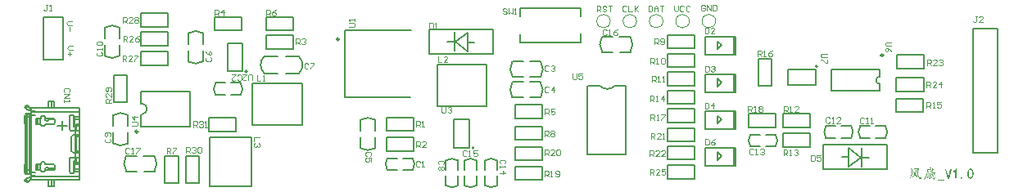
<source format=gto>
%FSLAX25Y25*%
%MOIN*%
G70*
G01*
G75*
G04 Layer_Color=65535*
%ADD10R,0.12402X0.08898*%
%ADD11R,0.02400X0.05906*%
%ADD12R,0.03150X0.03937*%
%ADD13R,0.03937X0.04724*%
%ADD14R,0.15748X0.05118*%
%ADD15R,0.03937X0.03150*%
%ADD16R,0.05118X0.15748*%
%ADD17R,0.03937X0.01575*%
G04:AMPARAMS|DCode=18|XSize=39.37mil|YSize=59.06mil|CornerRadius=0mil|HoleSize=0mil|Usage=FLASHONLY|Rotation=180.000|XOffset=0mil|YOffset=0mil|HoleType=Round|Shape=Octagon|*
%AMOCTAGOND18*
4,1,8,0.00984,-0.02953,-0.00984,-0.02953,-0.01969,-0.01969,-0.01969,0.01969,-0.00984,0.02953,0.00984,0.02953,0.01969,0.01969,0.01969,-0.01969,0.00984,-0.02953,0.0*
%
%ADD18OCTAGOND18*%

%ADD19P,0.06392X8X22.5*%
%ADD20R,0.05906X0.01378*%
%ADD21R,0.05118X0.01260*%
%ADD22R,0.04724X0.03937*%
%ADD23C,0.04724*%
%ADD24R,0.04724X0.05906*%
%ADD25R,0.07874X0.04134*%
%ADD26R,0.26772X0.25984*%
%ADD27R,0.06299X0.05906*%
%ADD28R,0.03150X0.02559*%
%ADD29R,0.01575X0.03937*%
%ADD30O,0.01969X0.07874*%
%ADD31R,0.01969X0.07874*%
%ADD32C,0.03937*%
%ADD33C,0.01969*%
%ADD34C,0.02756*%
%ADD35C,0.03150*%
%ADD36C,0.01181*%
%ADD37C,0.02362*%
%ADD38R,0.06850X0.08228*%
%ADD39C,0.02559*%
%ADD40O,0.05906X0.07874*%
%ADD41R,0.05906X0.05906*%
%ADD42C,0.05906*%
%ADD43R,0.05906X0.05906*%
%ADD44C,0.07087*%
%ADD45C,0.03937*%
%ADD46C,0.01969*%
%ADD47C,0.02756*%
%ADD48C,0.00984*%
%ADD49C,0.00500*%
%ADD50C,0.00787*%
%ADD51C,0.00472*%
%ADD52C,0.00591*%
%ADD53C,0.00492*%
%ADD54C,0.00709*%
%ADD55C,0.00394*%
G36*
X363311Y7476D02*
Y7471D01*
X363305Y7465D01*
X363294Y7454D01*
X363272Y7438D01*
X363266Y7432D01*
X363250Y7421D01*
X363216Y7393D01*
X363172Y7360D01*
X363117Y7310D01*
X363044Y7249D01*
X362961Y7171D01*
X362861Y7082D01*
X362856D01*
X362850Y7071D01*
X362817Y7043D01*
X362772Y6999D01*
X362717Y6944D01*
X362661Y6882D01*
X362606Y6827D01*
X362561Y6777D01*
X362534Y6733D01*
Y6727D01*
X362523Y6722D01*
X362512Y6716D01*
X362489Y6710D01*
X362456Y6722D01*
X362412Y6744D01*
X362384Y6760D01*
X362356Y6783D01*
X362323Y6816D01*
X362290Y6849D01*
X362284Y6860D01*
X362262Y6882D01*
X362234Y6916D01*
X362212Y6955D01*
X362201Y6994D01*
X362195Y7016D01*
X362201Y7032D01*
X362212Y7049D01*
X362223Y7060D01*
X362245Y7066D01*
X362279Y7071D01*
X362290D01*
X362312Y7077D01*
X362351Y7082D01*
X362406Y7093D01*
X362467Y7116D01*
X362539Y7138D01*
X362623Y7171D01*
X362711Y7215D01*
X362717D01*
X362722Y7221D01*
X362756Y7238D01*
X362800Y7260D01*
X362861Y7293D01*
X362928Y7327D01*
X363005Y7365D01*
X363166Y7438D01*
X363172D01*
X363178Y7443D01*
X363200Y7449D01*
X363233Y7465D01*
X363272Y7471D01*
X363300Y7482D01*
X363311Y7476D01*
D02*
G37*
G36*
X365131Y7676D02*
Y7665D01*
X365120Y7648D01*
X365103Y7626D01*
X365076Y7598D01*
X365070Y7593D01*
X365048Y7571D01*
X365015Y7537D01*
X364970Y7493D01*
X364915Y7432D01*
X364843Y7371D01*
X364765Y7293D01*
X364676Y7215D01*
X364665Y7204D01*
X364637Y7177D01*
X364593Y7138D01*
X364543Y7082D01*
X364487Y7021D01*
X364432Y6960D01*
X364382Y6894D01*
X364337Y6827D01*
X364332Y6821D01*
X364321Y6805D01*
X364299Y6788D01*
X364265Y6777D01*
X364221D01*
X364193Y6783D01*
X364165Y6794D01*
X364132Y6810D01*
X364099Y6838D01*
X364060Y6871D01*
X364021Y6910D01*
Y6916D01*
X364010Y6921D01*
X363988Y6949D01*
X363960Y6988D01*
X363938Y7032D01*
X363921Y7077D01*
Y7093D01*
Y7110D01*
X363932Y7127D01*
X363949Y7138D01*
X363977Y7143D01*
X364049D01*
X364093Y7149D01*
X364154Y7165D01*
X364227Y7182D01*
X364315Y7221D01*
X364415Y7265D01*
X364526Y7332D01*
X364532D01*
X364537Y7343D01*
X364554Y7349D01*
X364576Y7365D01*
X364632Y7404D01*
X364704Y7449D01*
X364781Y7498D01*
X364865Y7548D01*
X364943Y7604D01*
X365020Y7648D01*
X365031Y7654D01*
X365054Y7665D01*
X365081Y7676D01*
X365109Y7687D01*
X365126D01*
X365131Y7676D01*
D02*
G37*
G36*
X376409Y7055D02*
X376442Y7049D01*
X376486Y7038D01*
X376525Y7021D01*
X376564Y6999D01*
X376597Y6966D01*
X376603Y6960D01*
X376609Y6949D01*
X376625Y6932D01*
X376642Y6905D01*
X376653Y6871D01*
X376670Y6832D01*
X376675Y6783D01*
X376681Y6733D01*
Y6727D01*
Y6705D01*
X376675Y6677D01*
X376670Y6644D01*
X376659Y6605D01*
X376642Y6561D01*
X376620Y6522D01*
X376586Y6488D01*
X376581Y6483D01*
X376570Y6477D01*
X376548Y6461D01*
X376520Y6450D01*
X376486Y6433D01*
X376448Y6416D01*
X376403Y6411D01*
X376353Y6405D01*
X376331D01*
X376309Y6411D01*
X376281Y6416D01*
X376242Y6427D01*
X376203Y6438D01*
X376165Y6461D01*
X376126Y6488D01*
X376120Y6494D01*
X376109Y6505D01*
X376092Y6522D01*
X376076Y6549D01*
X376054Y6583D01*
X376037Y6627D01*
X376026Y6677D01*
X376020Y6733D01*
Y6738D01*
Y6755D01*
X376026Y6783D01*
X376031Y6816D01*
X376043Y6849D01*
X376054Y6888D01*
X376076Y6921D01*
X376103Y6955D01*
X376109Y6960D01*
X376120Y6966D01*
X376137Y6982D01*
X376165Y6999D01*
X376203Y7016D01*
X376242Y7032D01*
X376292Y7049D01*
X376353Y7060D01*
X376381D01*
X376409Y7055D01*
D02*
G37*
G36*
X363538Y8797D02*
X363588Y8781D01*
X363594D01*
X363611Y8770D01*
X363638Y8758D01*
X363671Y8742D01*
X363749Y8692D01*
X363821Y8631D01*
X363827Y8625D01*
X363838Y8620D01*
X363877Y8586D01*
X363888Y8570D01*
X363899Y8547D01*
Y8531D01*
X363882Y8509D01*
X363871Y8497D01*
X363860Y8486D01*
X363849Y8470D01*
X363832Y8442D01*
X363810Y8409D01*
X363794Y8364D01*
X363777Y8314D01*
Y8309D01*
X363771Y8287D01*
X363766Y8242D01*
X363755Y8187D01*
X363749Y8109D01*
Y8065D01*
X363744Y8009D01*
Y7954D01*
Y7887D01*
Y7820D01*
Y7743D01*
Y7737D01*
Y7726D01*
Y7704D01*
Y7671D01*
X363749Y7632D01*
Y7587D01*
Y7537D01*
X363755Y7482D01*
Y7354D01*
X363760Y7210D01*
X363771Y7055D01*
X363777Y6899D01*
Y6894D01*
Y6882D01*
Y6860D01*
Y6827D01*
Y6794D01*
Y6749D01*
X363766Y6655D01*
X363749Y6538D01*
X363721Y6422D01*
X363677Y6300D01*
X363622Y6189D01*
Y6183D01*
X363616Y6178D01*
X363594Y6144D01*
X363561Y6106D01*
X363522Y6067D01*
X363472Y6039D01*
X363450Y6028D01*
X363400D01*
X363372Y6039D01*
X363344Y6061D01*
X363322Y6094D01*
X363316Y6106D01*
X363300Y6128D01*
X363272Y6166D01*
X363228Y6216D01*
X363178Y6272D01*
X363117Y6333D01*
X363050Y6394D01*
X362967Y6455D01*
X362956Y6461D01*
X362933Y6477D01*
X362906Y6505D01*
X362883Y6527D01*
X362867Y6549D01*
Y6561D01*
X362872Y6566D01*
X362928D01*
X362967Y6555D01*
X362978D01*
X363005Y6549D01*
X363044Y6538D01*
X363094Y6533D01*
X363205Y6516D01*
X363255D01*
X363300Y6522D01*
X363305D01*
X363316Y6527D01*
X363355Y6544D01*
X363377Y6561D01*
X363400Y6583D01*
X363416Y6616D01*
X363427Y6649D01*
Y6655D01*
X363433Y6672D01*
Y6699D01*
X363438Y6744D01*
X363444Y6805D01*
X363450Y6882D01*
X363455Y6977D01*
X363461Y7093D01*
Y7099D01*
Y7110D01*
Y7127D01*
Y7154D01*
Y7188D01*
X363466Y7221D01*
Y7315D01*
Y7421D01*
Y7543D01*
Y7682D01*
X363461Y7820D01*
Y7826D01*
Y7837D01*
Y7859D01*
Y7881D01*
X363455Y7954D01*
Y8031D01*
X363450Y8120D01*
X363444Y8209D01*
X363433Y8292D01*
Y8326D01*
X363427Y8359D01*
Y8364D01*
X363422Y8381D01*
X363416Y8409D01*
X363411Y8437D01*
X363400Y8464D01*
X363383Y8486D01*
X363366Y8497D01*
X363344Y8503D01*
X363333D01*
X363316Y8497D01*
X363289Y8492D01*
X363255Y8481D01*
X363211Y8470D01*
X363150Y8453D01*
X363083Y8431D01*
X363072D01*
X363050Y8425D01*
X363017Y8420D01*
X362972Y8414D01*
X362917Y8420D01*
X362861Y8431D01*
X362806Y8448D01*
X362756Y8481D01*
X362750Y8486D01*
X362739Y8497D01*
X362722Y8514D01*
X362711Y8536D01*
X362706Y8559D01*
X362711Y8575D01*
X362734Y8592D01*
X362756D01*
X362778Y8597D01*
X362806D01*
X362839Y8603D01*
X362878Y8608D01*
X362928Y8614D01*
X362983Y8620D01*
X363105Y8642D01*
X363111D01*
X363133Y8647D01*
X363166Y8659D01*
X363205Y8670D01*
X363289Y8703D01*
X363333Y8731D01*
X363366Y8758D01*
X363372Y8764D01*
X363383Y8770D01*
X363400Y8781D01*
X363427Y8792D01*
X363455Y8803D01*
X363494D01*
X363538Y8797D01*
D02*
G37*
G36*
X380172Y10523D02*
X380210Y10518D01*
X380249Y10512D01*
X380349Y10484D01*
X380460Y10446D01*
X380521Y10418D01*
X380582Y10385D01*
X380643Y10346D01*
X380704Y10296D01*
X380766Y10246D01*
X380821Y10185D01*
X380827Y10179D01*
X380832Y10168D01*
X380849Y10151D01*
X380871Y10124D01*
X380893Y10090D01*
X380921Y10052D01*
X380954Y10002D01*
X380988Y9952D01*
X381021Y9891D01*
X381054Y9830D01*
X381087Y9757D01*
X381121Y9680D01*
X381176Y9513D01*
X381221Y9330D01*
Y9324D01*
X381226Y9308D01*
X381232Y9280D01*
X381237Y9241D01*
X381243Y9191D01*
X381248Y9136D01*
X381254Y9064D01*
X381265Y8991D01*
X381271Y8908D01*
X381276Y8819D01*
X381282Y8720D01*
Y8614D01*
X381287Y8509D01*
Y8392D01*
X381276Y8148D01*
Y8142D01*
Y8120D01*
X381271Y8081D01*
Y8037D01*
X381265Y7981D01*
X381254Y7915D01*
X381248Y7843D01*
X381237Y7765D01*
X381204Y7587D01*
X381165Y7410D01*
X381110Y7227D01*
X381076Y7143D01*
X381043Y7060D01*
Y7055D01*
X381032Y7043D01*
X381021Y7021D01*
X381004Y6994D01*
X380988Y6960D01*
X380960Y6916D01*
X380899Y6827D01*
X380816Y6733D01*
X380710Y6638D01*
X380588Y6549D01*
X380521Y6511D01*
X380449Y6477D01*
X380444D01*
X380433Y6472D01*
X380410Y6466D01*
X380383Y6455D01*
X380344Y6444D01*
X380299Y6438D01*
X380255Y6427D01*
X380199Y6422D01*
X380077Y6416D01*
X379944Y6422D01*
X379872Y6433D01*
X379800Y6455D01*
X379728Y6477D01*
X379650Y6511D01*
X379644D01*
X379633Y6522D01*
X379611Y6533D01*
X379583Y6549D01*
X379556Y6566D01*
X379517Y6594D01*
X379433Y6649D01*
X379339Y6727D01*
X379245Y6816D01*
X379162Y6921D01*
X379089Y7038D01*
Y7043D01*
X379084Y7055D01*
X379073Y7071D01*
X379062Y7093D01*
X379051Y7127D01*
X379034Y7160D01*
X379001Y7249D01*
X378962Y7349D01*
X378923Y7465D01*
X378890Y7593D01*
X378856Y7726D01*
Y7732D01*
X378851Y7743D01*
Y7765D01*
X378845Y7793D01*
X378840Y7831D01*
X378834Y7876D01*
X378829Y7926D01*
X378823Y7987D01*
X378818Y8054D01*
X378812Y8126D01*
X378806Y8209D01*
Y8298D01*
X378801Y8392D01*
Y8492D01*
Y8603D01*
X378806Y8714D01*
Y8720D01*
Y8742D01*
X378812Y8775D01*
Y8819D01*
X378818Y8869D01*
X378823Y8930D01*
X378829Y8997D01*
X378840Y9069D01*
X378862Y9225D01*
X378895Y9391D01*
X378934Y9552D01*
X378956Y9624D01*
X378984Y9696D01*
Y9702D01*
X378990Y9713D01*
X379001Y9730D01*
X379012Y9757D01*
X379028Y9785D01*
X379051Y9824D01*
X379095Y9907D01*
X379156Y10002D01*
X379234Y10102D01*
X379317Y10196D01*
X379417Y10290D01*
X379422Y10296D01*
X379428Y10301D01*
X379445Y10312D01*
X379467Y10329D01*
X379495Y10346D01*
X379528Y10368D01*
X379611Y10412D01*
X379711Y10451D01*
X379828Y10490D01*
X379961Y10518D01*
X380033Y10529D01*
X380144D01*
X380172Y10523D01*
D02*
G37*
G36*
X374383Y6477D02*
X373917D01*
Y9707D01*
X373911Y9702D01*
X373906Y9696D01*
X373884Y9680D01*
X373861Y9657D01*
X373834Y9630D01*
X373795Y9596D01*
X373756Y9558D01*
X373706Y9519D01*
X373595Y9430D01*
X373462Y9336D01*
X373312Y9230D01*
X373145Y9125D01*
Y9569D01*
X373151Y9574D01*
X373173Y9585D01*
X373201Y9607D01*
X373245Y9641D01*
X373290Y9674D01*
X373351Y9724D01*
X373412Y9774D01*
X373484Y9835D01*
X373556Y9896D01*
X373634Y9968D01*
X373717Y10046D01*
X373795Y10129D01*
X373956Y10307D01*
X374106Y10501D01*
X374383D01*
Y6477D01*
D02*
G37*
G36*
X365231Y9080D02*
X365298Y9064D01*
X365309D01*
X365331Y9053D01*
X365364Y9041D01*
X365409Y9025D01*
X365459Y9003D01*
X365514Y8975D01*
X365625Y8914D01*
X365631Y8908D01*
X365647Y8897D01*
X365664Y8880D01*
X365686Y8853D01*
X365697Y8825D01*
X365703Y8797D01*
X365692Y8758D01*
X365681Y8742D01*
X365664Y8725D01*
X365658Y8720D01*
X365647Y8703D01*
X365642Y8686D01*
X365631Y8664D01*
X365625Y8636D01*
X365614Y8603D01*
X365603Y8559D01*
X365597Y8514D01*
X365592Y8453D01*
X365586Y8387D01*
X365581Y8314D01*
Y8226D01*
Y8131D01*
Y8020D01*
Y8015D01*
Y7993D01*
Y7959D01*
X365586Y7915D01*
Y7865D01*
Y7798D01*
X365592Y7726D01*
Y7648D01*
Y7560D01*
X365597Y7471D01*
Y7271D01*
X365603Y7060D01*
Y6849D01*
Y6844D01*
Y6827D01*
Y6794D01*
X365597Y6760D01*
Y6710D01*
X365592Y6661D01*
X365586Y6599D01*
X365575Y6538D01*
X365553Y6400D01*
X365514Y6261D01*
X365464Y6122D01*
X365431Y6061D01*
X365392Y6006D01*
Y6000D01*
X365381Y5994D01*
X365359Y5967D01*
X365320Y5928D01*
X365276Y5895D01*
X365248Y5878D01*
X365220Y5872D01*
X365198Y5867D01*
X365170Y5872D01*
X365142Y5883D01*
X365120Y5906D01*
X365098Y5939D01*
X365076Y5983D01*
Y5989D01*
X365070Y5994D01*
X365054Y6028D01*
X365026Y6078D01*
X364987Y6139D01*
X364937Y6211D01*
X364865Y6289D01*
X364787Y6366D01*
X364687Y6444D01*
X364682D01*
X364676Y6455D01*
X364648Y6472D01*
X364615Y6505D01*
X364582Y6533D01*
X364560Y6561D01*
Y6572D01*
Y6583D01*
X364571Y6588D01*
X364621D01*
X364665Y6577D01*
X364676D01*
X364709Y6566D01*
X364754Y6561D01*
X364809Y6549D01*
X364876Y6538D01*
X364937Y6527D01*
X364998Y6516D01*
X365054Y6511D01*
X365098D01*
X365126Y6516D01*
X365153Y6527D01*
X365181Y6544D01*
X365203Y6572D01*
X365226Y6605D01*
Y6611D01*
X365231Y6627D01*
X365242Y6661D01*
X365253Y6716D01*
X365259Y6749D01*
X365264Y6788D01*
X365270Y6832D01*
Y6888D01*
X365276Y6944D01*
X365281Y7010D01*
X365287Y7082D01*
Y7165D01*
Y7171D01*
Y7188D01*
Y7210D01*
Y7243D01*
Y7288D01*
Y7338D01*
Y7399D01*
Y7460D01*
Y7532D01*
Y7609D01*
X365281Y7776D01*
X365276Y7954D01*
X365264Y8148D01*
Y8153D01*
Y8170D01*
X365259Y8198D01*
Y8231D01*
X365253Y8270D01*
X365248Y8320D01*
X365231Y8420D01*
X365209Y8520D01*
X365181Y8614D01*
X365164Y8659D01*
X365142Y8692D01*
X365120Y8714D01*
X365098Y8731D01*
X365092D01*
X365076Y8736D01*
X365042Y8747D01*
X364943D01*
X364876Y8742D01*
X364793Y8725D01*
X364698Y8697D01*
X364693D01*
X364687Y8692D01*
X364654Y8686D01*
X364610Y8670D01*
X364554Y8653D01*
X364493Y8642D01*
X364432Y8625D01*
X364382Y8620D01*
X364332D01*
X364321Y8625D01*
X364304Y8631D01*
X364277Y8636D01*
X364249Y8653D01*
X364215Y8670D01*
X364177Y8692D01*
X364138Y8725D01*
X364132Y8731D01*
X364127Y8742D01*
X364116Y8758D01*
X364110Y8775D01*
X364116Y8792D01*
X364138Y8808D01*
X364154Y8819D01*
X364177Y8825D01*
X364210D01*
X364243Y8830D01*
X364254D01*
X364282Y8836D01*
X364321D01*
X364376Y8847D01*
X364443Y8853D01*
X364521Y8869D01*
X364604Y8886D01*
X364687Y8908D01*
X364693D01*
X364698Y8914D01*
X364726Y8919D01*
X364770Y8936D01*
X364820Y8953D01*
X364926Y8997D01*
X364981Y9025D01*
X365020Y9053D01*
X365026Y9058D01*
X365037Y9064D01*
X365059Y9075D01*
X365092Y9080D01*
X365131Y9086D01*
X365176D01*
X365231Y9080D01*
D02*
G37*
G36*
X371292Y6405D02*
X370826D01*
X369654Y10457D01*
X370215D01*
X371036Y7388D01*
X371081D01*
X371902Y10457D01*
X372463D01*
X371292Y6405D01*
D02*
G37*
G36*
X364621Y10523D02*
X364676Y10501D01*
X364682Y10496D01*
X364704Y10490D01*
X364737Y10473D01*
X364776Y10457D01*
X364826Y10429D01*
X364881Y10401D01*
X365003Y10329D01*
X365009Y10323D01*
X365026Y10312D01*
X365048Y10290D01*
X365065Y10262D01*
X365070Y10224D01*
Y10207D01*
X365059Y10185D01*
X365048Y10163D01*
X365026Y10140D01*
X364998Y10113D01*
X364959Y10090D01*
X364948Y10085D01*
X364920Y10068D01*
X364881Y10035D01*
X364831Y9996D01*
X364776Y9940D01*
X364715Y9874D01*
X364654Y9796D01*
X364598Y9707D01*
X364604D01*
X364610Y9696D01*
X364632Y9674D01*
X364665Y9635D01*
X364693Y9596D01*
X364698Y9574D01*
X364704Y9546D01*
Y9524D01*
X364693Y9502D01*
X364676Y9485D01*
X364654Y9463D01*
X364615Y9447D01*
X364571Y9436D01*
X364560D01*
X364543Y9430D01*
X364521Y9424D01*
X364493Y9419D01*
X364460Y9413D01*
X364376Y9397D01*
X364271Y9374D01*
X364149Y9347D01*
X364010Y9319D01*
X363849Y9286D01*
X363844D01*
X363827Y9280D01*
X363805Y9274D01*
X363777Y9269D01*
X363738Y9263D01*
X363694Y9252D01*
X363594Y9230D01*
X363477Y9208D01*
X363355Y9186D01*
X363233Y9164D01*
X363122Y9141D01*
X363111D01*
X363094Y9136D01*
X363072D01*
X363022Y9130D01*
X362956Y9125D01*
X362795D01*
X362711Y9130D01*
X362628Y9147D01*
Y9141D01*
Y9136D01*
X362623Y9103D01*
X362612Y9047D01*
X362595Y8980D01*
X362578Y8892D01*
X362561Y8797D01*
X362539Y8686D01*
X362517Y8570D01*
X362462Y8326D01*
X362401Y8076D01*
X362367Y7959D01*
X362334Y7843D01*
X362301Y7737D01*
X362267Y7643D01*
Y7637D01*
X362262Y7621D01*
X362251Y7598D01*
X362234Y7565D01*
X362217Y7521D01*
X362195Y7471D01*
X362173Y7421D01*
X362145Y7360D01*
X362084Y7221D01*
X362006Y7071D01*
X361923Y6916D01*
X361829Y6755D01*
X361823Y6749D01*
X361818Y6738D01*
X361801Y6716D01*
X361785Y6688D01*
X361757Y6649D01*
X361729Y6611D01*
X361657Y6516D01*
X361568Y6411D01*
X361468Y6294D01*
X361352Y6183D01*
X361224Y6083D01*
X361218D01*
X361207Y6072D01*
X361174Y6050D01*
X361124Y6017D01*
X361080Y5994D01*
X361057Y5983D01*
X361041Y5978D01*
X361030Y5983D01*
Y5989D01*
Y6006D01*
X361046Y6033D01*
X361069Y6067D01*
X361107Y6117D01*
X361113Y6122D01*
X361119Y6128D01*
X361130Y6144D01*
X361146Y6166D01*
X361191Y6228D01*
X361252Y6305D01*
X361318Y6394D01*
X361390Y6505D01*
X361463Y6622D01*
X361540Y6744D01*
Y6749D01*
X361551Y6760D01*
X361562Y6777D01*
X361574Y6805D01*
X361590Y6838D01*
X361613Y6871D01*
X361635Y6916D01*
X361662Y6966D01*
X361718Y7077D01*
X361779Y7204D01*
X361846Y7343D01*
X361912Y7493D01*
Y7498D01*
X361918Y7510D01*
X361929Y7537D01*
X361940Y7565D01*
X361957Y7604D01*
X361973Y7654D01*
X361995Y7704D01*
X362018Y7765D01*
X362040Y7837D01*
X362062Y7909D01*
X362084Y7987D01*
X362112Y8070D01*
X362162Y8253D01*
X362206Y8453D01*
Y8459D01*
X362212Y8475D01*
X362217Y8509D01*
X362223Y8547D01*
X362234Y8592D01*
X362245Y8647D01*
X362256Y8708D01*
X362273Y8781D01*
X362295Y8925D01*
X362323Y9086D01*
X362345Y9247D01*
X362367Y9402D01*
Y9408D01*
Y9419D01*
X362373Y9441D01*
Y9469D01*
Y9502D01*
X362378Y9541D01*
Y9630D01*
X362373Y9730D01*
X362362Y9835D01*
X362339Y9935D01*
X362301Y10024D01*
X362295Y10035D01*
X362290Y10057D01*
X362279Y10090D01*
Y10124D01*
X362295Y10157D01*
X362312Y10168D01*
X362334Y10174D01*
X362356Y10179D01*
X362395D01*
X362439Y10174D01*
X362489Y10163D01*
X362495D01*
X362506Y10157D01*
X362523D01*
X362545Y10151D01*
X362573Y10146D01*
X362606Y10140D01*
X362689Y10129D01*
X362789Y10124D01*
X362911Y10118D01*
X363039Y10124D01*
X363178Y10140D01*
X363183D01*
X363194Y10146D01*
X363216D01*
X363244Y10151D01*
X363278Y10157D01*
X363316Y10163D01*
X363416Y10179D01*
X363527Y10201D01*
X363649Y10224D01*
X363777Y10251D01*
X363905Y10279D01*
X363910D01*
X363921Y10285D01*
X363938Y10290D01*
X363960Y10296D01*
X364021Y10312D01*
X364093Y10335D01*
X364171Y10362D01*
X364249Y10396D01*
X364321Y10429D01*
X364382Y10468D01*
X364387Y10473D01*
X364410Y10484D01*
X364437Y10496D01*
X364471Y10512D01*
X364515Y10523D01*
X364565Y10529D01*
X364621Y10523D01*
D02*
G37*
G36*
X358760Y10812D02*
X358810Y10795D01*
X358815D01*
X358838Y10784D01*
X358865Y10773D01*
X358898Y10751D01*
X358943Y10729D01*
X358993Y10695D01*
X359048Y10662D01*
X359104Y10618D01*
X359109Y10612D01*
X359126Y10601D01*
X359148Y10579D01*
X359171Y10551D01*
X359187Y10523D01*
X359193Y10490D01*
X359182Y10457D01*
X359171Y10446D01*
X359154Y10429D01*
X359148Y10423D01*
X359137Y10418D01*
X359115Y10401D01*
X359093Y10379D01*
X359065Y10351D01*
X359037Y10312D01*
X359004Y10273D01*
X358976Y10224D01*
X358971Y10218D01*
X358965Y10196D01*
X358954Y10163D01*
X358937Y10113D01*
X358915Y10040D01*
X358893Y9957D01*
X358871Y9852D01*
X358849Y9730D01*
Y9724D01*
Y9713D01*
X358843Y9696D01*
X358838Y9669D01*
X358832Y9630D01*
Y9591D01*
X358826Y9541D01*
X358821Y9485D01*
X358815Y9424D01*
X358810Y9358D01*
X358804Y9286D01*
X358799Y9208D01*
X358793Y9036D01*
X358787Y8842D01*
Y8836D01*
Y8819D01*
Y8792D01*
Y8753D01*
X358793Y8708D01*
Y8647D01*
X358799Y8586D01*
Y8514D01*
X358804Y8442D01*
X358815Y8359D01*
X358832Y8181D01*
X358860Y7987D01*
X358893Y7787D01*
Y7782D01*
X358898Y7765D01*
X358904Y7737D01*
X358915Y7698D01*
X358926Y7654D01*
X358943Y7598D01*
X358965Y7543D01*
X358993Y7476D01*
X359054Y7343D01*
X359132Y7199D01*
X359237Y7060D01*
X359293Y6994D01*
X359359Y6932D01*
X359365Y6927D01*
X359376Y6921D01*
X359392Y6905D01*
X359420Y6888D01*
X359481Y6844D01*
X359553Y6794D01*
X359637Y6760D01*
X359676Y6744D01*
X359714Y6738D01*
X359748D01*
X359781Y6744D01*
X359809Y6760D01*
X359831Y6788D01*
X359837Y6799D01*
X359848Y6821D01*
X359870Y6860D01*
X359897Y6921D01*
X359931Y6994D01*
X359970Y7088D01*
X360009Y7193D01*
X360053Y7315D01*
Y7321D01*
X360058Y7332D01*
X360070Y7365D01*
X360086Y7399D01*
X360097Y7415D01*
X360108Y7426D01*
X360114Y7432D01*
X360125D01*
X360131Y7421D01*
X360136Y7399D01*
X360142Y7360D01*
Y7310D01*
Y7243D01*
X360136Y7154D01*
Y7149D01*
Y7132D01*
Y7104D01*
X360131Y7071D01*
Y7027D01*
Y6977D01*
Y6860D01*
Y6733D01*
X360142Y6599D01*
X360158Y6477D01*
X360170Y6416D01*
X360181Y6361D01*
Y6355D01*
X360186Y6350D01*
Y6316D01*
Y6278D01*
X360170Y6233D01*
X360153Y6211D01*
X360136Y6194D01*
X360108Y6178D01*
X360075Y6166D01*
X360031Y6161D01*
X359975D01*
X359914Y6166D01*
X359842Y6178D01*
X359837D01*
X359825Y6183D01*
X359803Y6189D01*
X359770Y6200D01*
X359731Y6216D01*
X359687Y6233D01*
X359637Y6255D01*
X359581Y6283D01*
X359520Y6316D01*
X359459Y6355D01*
X359392Y6400D01*
X359320Y6455D01*
X359248Y6516D01*
X359176Y6583D01*
X359104Y6655D01*
X359032Y6738D01*
X359026Y6744D01*
X359015Y6760D01*
X358998Y6788D01*
X358971Y6821D01*
X358943Y6871D01*
X358904Y6927D01*
X358871Y6999D01*
X358826Y7071D01*
X358787Y7160D01*
X358749Y7254D01*
X358710Y7360D01*
X358671Y7476D01*
X358632Y7598D01*
X358604Y7732D01*
X358577Y7870D01*
X358554Y8020D01*
Y8031D01*
X358549Y8059D01*
Y8104D01*
X358543Y8159D01*
X358532Y8237D01*
X358527Y8320D01*
X358521Y8420D01*
X358516Y8525D01*
X358510Y8647D01*
Y8770D01*
X358505Y8903D01*
Y9041D01*
X358510Y9324D01*
X358532Y9613D01*
Y9624D01*
X358538Y9646D01*
Y9685D01*
X358543Y9735D01*
X358549Y9796D01*
X358554Y9863D01*
X358565Y10007D01*
X358571Y10151D01*
X358577Y10224D01*
Y10290D01*
Y10346D01*
Y10390D01*
X358571Y10423D01*
X358565Y10440D01*
X358549Y10446D01*
X358538Y10451D01*
X358521Y10457D01*
X358382D01*
X358321Y10451D01*
X358255Y10446D01*
X358177Y10440D01*
X358088Y10429D01*
X357983Y10412D01*
X357866Y10396D01*
X357861D01*
X357839Y10390D01*
X357800Y10385D01*
X357750Y10379D01*
X357689Y10368D01*
X357616Y10357D01*
X357528Y10346D01*
X357439Y10335D01*
X357333Y10318D01*
X357222Y10301D01*
X357100Y10285D01*
X356978Y10268D01*
X356845Y10251D01*
X356706Y10235D01*
X356423Y10201D01*
Y10196D01*
Y10190D01*
Y10174D01*
Y10157D01*
Y10102D01*
X356429Y10029D01*
Y9935D01*
Y9835D01*
Y9719D01*
Y9591D01*
X356423Y9458D01*
Y9319D01*
X356412Y9036D01*
X356396Y8753D01*
X356384Y8620D01*
X356368Y8492D01*
Y8486D01*
X356362Y8464D01*
X356357Y8431D01*
X356351Y8381D01*
X356340Y8326D01*
X356329Y8259D01*
X356312Y8187D01*
X356296Y8104D01*
X356279Y8020D01*
X356257Y7926D01*
X356201Y7737D01*
X356135Y7543D01*
X356051Y7354D01*
Y7349D01*
X356040Y7332D01*
X356029Y7310D01*
X356007Y7277D01*
X355979Y7232D01*
X355951Y7188D01*
X355913Y7138D01*
X355868Y7077D01*
X355818Y7021D01*
X355763Y6955D01*
X355702Y6894D01*
X355635Y6827D01*
X355557Y6766D01*
X355474Y6699D01*
X355385Y6638D01*
X355291Y6583D01*
X355286Y6577D01*
X355269Y6572D01*
X355247Y6561D01*
X355213Y6544D01*
X355147Y6511D01*
X355080Y6483D01*
X355058Y6477D01*
X355036D01*
X355025Y6483D01*
X355030Y6494D01*
X355047Y6522D01*
X355075Y6555D01*
X355124Y6605D01*
X355158Y6633D01*
X355197Y6666D01*
X355202Y6672D01*
X355213Y6683D01*
X355236Y6705D01*
X355269Y6733D01*
X355302Y6766D01*
X355346Y6810D01*
X355391Y6860D01*
X355441Y6916D01*
X355491Y6982D01*
X355541Y7049D01*
X355646Y7204D01*
X355746Y7376D01*
X355829Y7565D01*
Y7571D01*
X355840Y7587D01*
X355846Y7615D01*
X355863Y7654D01*
X355879Y7704D01*
X355896Y7759D01*
X355913Y7826D01*
X355935Y7898D01*
X355957Y7976D01*
X355979Y8065D01*
X356018Y8248D01*
X356051Y8448D01*
X356074Y8653D01*
Y8659D01*
Y8681D01*
X356079Y8708D01*
Y8747D01*
X356085Y8797D01*
X356090Y8853D01*
X356096Y8914D01*
X356101Y8980D01*
X356107Y9130D01*
X356118Y9286D01*
X356123Y9441D01*
Y9591D01*
Y9596D01*
Y9607D01*
Y9630D01*
Y9657D01*
X356118Y9724D01*
Y9807D01*
X356107Y9896D01*
X356096Y9985D01*
X356085Y10068D01*
X356074Y10102D01*
X356063Y10129D01*
Y10135D01*
X356051Y10151D01*
X356040Y10179D01*
X356024Y10212D01*
X355974Y10296D01*
X355918Y10385D01*
X355913Y10390D01*
X355907Y10401D01*
X355902Y10423D01*
X355896Y10440D01*
X355902Y10462D01*
X355918Y10479D01*
X355946Y10490D01*
X356018D01*
X356046Y10484D01*
X356085Y10479D01*
X356173Y10462D01*
X356262Y10429D01*
X356268D01*
X356284Y10423D01*
X356307Y10418D01*
X356334Y10407D01*
X356412Y10390D01*
X356495Y10385D01*
X356523D01*
X356562Y10390D01*
X356590D01*
X356623Y10396D01*
X356662D01*
X356706Y10401D01*
X356756Y10407D01*
X356812Y10418D01*
X356878Y10423D01*
X356950Y10435D01*
X357028Y10446D01*
X357111Y10457D01*
X357117D01*
X357134Y10462D01*
X357161D01*
X357195Y10468D01*
X357234Y10473D01*
X357283Y10484D01*
X357345Y10490D01*
X357406Y10501D01*
X357544Y10523D01*
X357694Y10551D01*
X357850Y10579D01*
X358005Y10606D01*
X358011D01*
X358022Y10612D01*
X358044Y10618D01*
X358072Y10623D01*
X358105Y10629D01*
X358144Y10640D01*
X358227Y10656D01*
X358316Y10684D01*
X358405Y10712D01*
X358482Y10740D01*
X358516Y10756D01*
X358543Y10773D01*
X358549Y10779D01*
X358565Y10784D01*
X358593Y10795D01*
X358627Y10806D01*
X358665Y10817D01*
X358710D01*
X358760Y10812D01*
D02*
G37*
G36*
X363549Y11062D02*
X363616Y11056D01*
X363694Y11039D01*
X363777Y11023D01*
X363860Y10995D01*
X363944Y10962D01*
X363955Y10956D01*
X363977Y10939D01*
X364010Y10917D01*
X364043Y10884D01*
X364082Y10834D01*
X364110Y10779D01*
X364127Y10712D01*
Y10673D01*
Y10634D01*
Y10623D01*
X364121Y10601D01*
X364104Y10573D01*
X364088Y10540D01*
X364054Y10518D01*
X364004Y10507D01*
X363977D01*
X363944Y10512D01*
X363905Y10529D01*
X363860Y10551D01*
X363849Y10557D01*
X363821Y10573D01*
X363777Y10601D01*
X363721Y10634D01*
X363666Y10668D01*
X363605Y10706D01*
X363544Y10745D01*
X363494Y10784D01*
X363488Y10790D01*
X363477Y10801D01*
X363461Y10817D01*
X363438Y10845D01*
X363377Y10906D01*
X363300Y10973D01*
X363294Y10978D01*
X363289Y10989D01*
X363278Y11001D01*
Y11023D01*
X363289Y11039D01*
X363300Y11045D01*
X363316Y11050D01*
X363338Y11056D01*
X363372Y11062D01*
X363405Y11067D01*
X363499D01*
X363549Y11062D01*
D02*
G37*
G36*
X369560Y5545D02*
X366613D01*
Y5828D01*
X369560D01*
Y5545D01*
D02*
G37*
G36*
X362628Y8065D02*
X362634D01*
X362656Y8059D01*
X362689Y8054D01*
X362728Y8048D01*
X362772Y8037D01*
X362822Y8020D01*
X362922Y7981D01*
X362928D01*
X362945Y7970D01*
X362961Y7954D01*
X362983Y7931D01*
X363005Y7898D01*
X363028Y7859D01*
X363039Y7809D01*
Y7748D01*
Y7743D01*
X363033Y7721D01*
X363028Y7698D01*
X363017Y7671D01*
X363000Y7648D01*
X362978Y7632D01*
X362945Y7626D01*
X362922Y7632D01*
X362900Y7643D01*
X362895Y7648D01*
X362878Y7654D01*
X362856Y7671D01*
X362828Y7687D01*
X362761Y7732D01*
X362700Y7787D01*
X362695Y7793D01*
X362689Y7798D01*
X362672Y7815D01*
X362656Y7837D01*
X362606Y7898D01*
X362545Y7976D01*
X362539Y7981D01*
X362534Y7993D01*
X362528Y8009D01*
Y8031D01*
X362534Y8048D01*
X362545Y8065D01*
X362578Y8070D01*
X362600D01*
X362628Y8065D01*
D02*
G37*
G36*
X364337Y8253D02*
X364349D01*
X364382Y8248D01*
X364426Y8242D01*
X364482Y8231D01*
X364543Y8214D01*
X364604Y8192D01*
X364659Y8170D01*
X364704Y8137D01*
X364709Y8131D01*
X364721Y8120D01*
X364737Y8098D01*
X364754Y8070D01*
X364765Y8031D01*
X364776Y7981D01*
X364781Y7926D01*
X364770Y7865D01*
Y7859D01*
X364765Y7837D01*
X364754Y7815D01*
X364737Y7793D01*
X364709Y7771D01*
X364676Y7765D01*
X364637Y7771D01*
X364610Y7782D01*
X364582Y7798D01*
X364576Y7804D01*
X364554Y7820D01*
X364526Y7843D01*
X364482Y7876D01*
X364432Y7915D01*
X364376Y7965D01*
X364310Y8026D01*
X364243Y8092D01*
X364238Y8098D01*
X364221Y8120D01*
X364204Y8153D01*
X364193Y8181D01*
Y8214D01*
X364204Y8231D01*
X364215Y8242D01*
X364232Y8248D01*
X364260Y8253D01*
X364293Y8259D01*
X364337Y8253D01*
D02*
G37*
G36*
X357855Y9952D02*
X357899Y9935D01*
X357949Y9918D01*
X357955D01*
X357961Y9913D01*
X357994Y9891D01*
X358044Y9863D01*
X358094Y9824D01*
X358138Y9780D01*
X358177Y9741D01*
X358188Y9719D01*
X358194Y9696D01*
Y9674D01*
X358188Y9657D01*
Y9652D01*
X358177Y9641D01*
X358166Y9607D01*
X358144Y9569D01*
X358116Y9508D01*
X358083Y9430D01*
X358066Y9380D01*
X358044Y9330D01*
X358022Y9269D01*
X357994Y9202D01*
Y9197D01*
X357988Y9186D01*
X357983Y9169D01*
X357972Y9141D01*
X357955Y9108D01*
X357944Y9069D01*
X357905Y8975D01*
X357861Y8864D01*
X357805Y8742D01*
X357750Y8603D01*
X357689Y8464D01*
X357694Y8459D01*
X357700Y8448D01*
X357716Y8425D01*
X357739Y8398D01*
X357766Y8364D01*
X357794Y8320D01*
X357866Y8226D01*
X357944Y8109D01*
X358033Y7981D01*
X358116Y7848D01*
X358194Y7715D01*
Y7709D01*
X358205Y7698D01*
X358210Y7682D01*
X358221Y7660D01*
X358255Y7593D01*
X358282Y7510D01*
X358305Y7421D01*
X358321Y7321D01*
Y7227D01*
X358316Y7177D01*
X358299Y7132D01*
X358294Y7121D01*
X358282Y7104D01*
X358255Y7082D01*
X358221Y7071D01*
X358199Y7077D01*
X358172Y7082D01*
X358144Y7099D01*
X358110Y7127D01*
X358072Y7165D01*
X358033Y7215D01*
X357988Y7277D01*
X357944Y7354D01*
Y7360D01*
X357933Y7376D01*
X357922Y7399D01*
X357899Y7432D01*
X357877Y7471D01*
X357855Y7515D01*
X357794Y7615D01*
X357722Y7737D01*
X357650Y7859D01*
X357572Y7981D01*
X357500Y8092D01*
Y8087D01*
X357489Y8076D01*
X357478Y8059D01*
X357461Y8031D01*
X357433Y8004D01*
X357411Y7965D01*
X357339Y7876D01*
X357256Y7776D01*
X357161Y7665D01*
X357050Y7548D01*
X356928Y7426D01*
X356923Y7421D01*
X356912Y7415D01*
X356895Y7399D01*
X356873Y7376D01*
X356839Y7349D01*
X356806Y7321D01*
X356723Y7254D01*
X356623Y7182D01*
X356512Y7110D01*
X356401Y7043D01*
X356284Y6994D01*
X356279D01*
X356273Y6988D01*
X356246Y6982D01*
X356212Y6977D01*
X356190D01*
X356185Y6988D01*
Y6999D01*
X356196Y7016D01*
X356212Y7043D01*
X356246Y7077D01*
X356290Y7116D01*
X356351Y7165D01*
X356423Y7227D01*
X356429Y7232D01*
X356445Y7243D01*
X356468Y7265D01*
X356501Y7293D01*
X356540Y7332D01*
X356590Y7382D01*
X356645Y7438D01*
X356706Y7504D01*
X356773Y7576D01*
X356845Y7660D01*
X356923Y7754D01*
X357000Y7859D01*
X357084Y7970D01*
X357167Y8098D01*
X357250Y8231D01*
X357339Y8375D01*
X357333Y8381D01*
X357322Y8398D01*
X357306Y8425D01*
X357283Y8464D01*
X357256Y8509D01*
X357228Y8559D01*
X357189Y8620D01*
X357150Y8681D01*
X357067Y8814D01*
X356984Y8947D01*
X356901Y9075D01*
X356862Y9136D01*
X356823Y9191D01*
Y9197D01*
X356817Y9202D01*
X356801Y9230D01*
X356784Y9263D01*
X356773Y9297D01*
Y9308D01*
X356778Y9313D01*
X356789D01*
X356812Y9308D01*
X356839Y9291D01*
X356878Y9263D01*
X356923Y9230D01*
X356984Y9180D01*
X356989Y9175D01*
X357000Y9169D01*
X357017Y9152D01*
X357039Y9130D01*
X357100Y9080D01*
X357178Y9008D01*
X357256Y8936D01*
X357333Y8853D01*
X357400Y8775D01*
X357433Y8736D01*
X357455Y8703D01*
Y8708D01*
X357461Y8720D01*
X357472Y8742D01*
X357483Y8764D01*
X357494Y8797D01*
X357511Y8836D01*
X357544Y8925D01*
X357583Y9030D01*
X357622Y9147D01*
X357650Y9263D01*
X357678Y9380D01*
Y9386D01*
Y9391D01*
X357683Y9408D01*
X357689Y9430D01*
X357694Y9485D01*
X357705Y9552D01*
X357711Y9630D01*
Y9713D01*
Y9785D01*
X357700Y9857D01*
Y9863D01*
Y9885D01*
X357705Y9907D01*
X357716Y9929D01*
X357744Y9952D01*
X357788Y9957D01*
X357822D01*
X357855Y9952D01*
D02*
G37*
%LPC*%
G36*
X364315Y10201D02*
X364299D01*
X364271Y10196D01*
X364232Y10190D01*
X364177Y10179D01*
X364138Y10174D01*
X364093Y10163D01*
X364049Y10151D01*
X363993Y10140D01*
X363932Y10124D01*
X363866Y10107D01*
X363860D01*
X363849Y10102D01*
X363827Y10096D01*
X363794Y10090D01*
X363755Y10079D01*
X363710Y10074D01*
X363649Y10057D01*
X363588Y10046D01*
X363511Y10029D01*
X363427Y10013D01*
X363338Y9996D01*
X363239Y9979D01*
X363128Y9957D01*
X363005Y9940D01*
X362883Y9918D01*
X362745Y9896D01*
Y9891D01*
Y9885D01*
X362739Y9868D01*
Y9846D01*
X362728Y9791D01*
X362717Y9713D01*
X362706Y9619D01*
X362689Y9508D01*
X362672Y9391D01*
X362656Y9263D01*
X362672D01*
X362695Y9269D01*
X362717D01*
X362750Y9274D01*
X362789Y9280D01*
X362883Y9297D01*
X362994Y9313D01*
X363111Y9330D01*
X363239Y9352D01*
X363366Y9380D01*
X363372D01*
X363383Y9386D01*
X363400D01*
X363427Y9397D01*
X363466Y9402D01*
X363505Y9413D01*
X363555Y9424D01*
X363611Y9436D01*
X363677Y9452D01*
X363749Y9469D01*
X363827Y9485D01*
X363910Y9508D01*
X363999Y9530D01*
X364099Y9558D01*
X364204Y9585D01*
X364315Y9613D01*
Y9619D01*
X364321Y9630D01*
Y9646D01*
X364326Y9669D01*
X364337Y9724D01*
X364354Y9791D01*
X364365Y9863D01*
X364376Y9940D01*
X364382Y10007D01*
X364387Y10057D01*
Y10063D01*
Y10079D01*
X364382Y10102D01*
X364376Y10129D01*
X364371Y10157D01*
X364360Y10179D01*
X364337Y10196D01*
X364315Y10201D01*
D02*
G37*
G36*
X380105Y10096D02*
X380077D01*
X380055Y10090D01*
X380000Y10085D01*
X379933Y10063D01*
X379855Y10029D01*
X379767Y9979D01*
X379722Y9940D01*
X379678Y9902D01*
X379639Y9857D01*
X379594Y9802D01*
Y9796D01*
X379583Y9785D01*
X379572Y9769D01*
X379561Y9746D01*
X379539Y9713D01*
X379522Y9674D01*
X379500Y9624D01*
X379472Y9569D01*
X379450Y9508D01*
X379428Y9436D01*
X379400Y9358D01*
X379378Y9274D01*
X379356Y9180D01*
X379334Y9080D01*
X379317Y8969D01*
X379300Y8853D01*
Y8847D01*
Y8825D01*
X379295Y8792D01*
X379289Y8742D01*
Y8686D01*
X379284Y8625D01*
Y8547D01*
X379278Y8470D01*
Y8381D01*
Y8292D01*
X379289Y8098D01*
X379311Y7898D01*
X379345Y7704D01*
Y7698D01*
X379350Y7682D01*
X379356Y7654D01*
X379367Y7621D01*
X379384Y7582D01*
X379400Y7537D01*
X379439Y7426D01*
X379495Y7310D01*
X379561Y7193D01*
X379639Y7082D01*
X379683Y7038D01*
X379733Y6994D01*
X379739D01*
X379744Y6982D01*
X379761Y6977D01*
X379778Y6960D01*
X379833Y6932D01*
X379905Y6905D01*
X379989Y6882D01*
X380077Y6871D01*
X380127D01*
X380177Y6877D01*
X380233Y6888D01*
X380283Y6910D01*
X380288D01*
X380294Y6916D01*
X380327Y6938D01*
X380377Y6971D01*
X380438Y7021D01*
X380510Y7093D01*
X380577Y7182D01*
X380610Y7232D01*
X380638Y7288D01*
X380666Y7354D01*
X380693Y7421D01*
Y7426D01*
X380699Y7438D01*
X380704Y7460D01*
X380716Y7487D01*
X380721Y7526D01*
X380732Y7571D01*
X380743Y7615D01*
X380760Y7671D01*
X380782Y7798D01*
X380799Y7942D01*
X380816Y8098D01*
X380821Y8264D01*
Y8270D01*
Y8287D01*
Y8309D01*
Y8342D01*
Y8381D01*
Y8431D01*
Y8481D01*
X380816Y8542D01*
Y8670D01*
X380810Y8808D01*
X380799Y8953D01*
X380788Y9097D01*
Y9103D01*
Y9114D01*
X380782Y9136D01*
Y9164D01*
X380777Y9191D01*
X380766Y9230D01*
X380749Y9324D01*
X380721Y9430D01*
X380682Y9546D01*
X380638Y9663D01*
X380577Y9780D01*
Y9785D01*
X380571Y9791D01*
X380543Y9830D01*
X380505Y9879D01*
X380449Y9935D01*
X380383Y9990D01*
X380305Y10040D01*
X380210Y10079D01*
X380161Y10090D01*
X380105Y10096D01*
D02*
G37*
%LPD*%
D48*
X41180Y25585D02*
G03*
X41180Y25585I-492J0D01*
G01*
X123105Y63300D02*
G03*
X123105Y63300I-492J0D01*
G01*
X344545Y56796D02*
G03*
X344545Y56796I-492J0D01*
G01*
D49*
X42842Y32616D02*
G03*
X42842Y37116I-248J2250D01*
G01*
X-3817Y34619D02*
G03*
X-2703Y34158I1114J1114D01*
G01*
X15014Y24315D02*
G03*
X14226Y23528I0J-787D01*
G01*
X-2981Y35454D02*
G03*
X-2703Y35339I278J278D01*
G01*
X2021Y31894D02*
G03*
X1628Y31501I0J-394D01*
G01*
X3596D02*
G03*
X3202Y31894I-394J0D01*
G01*
X7336Y30713D02*
G03*
X6943Y31107I-394J0D01*
G01*
Y28745D02*
G03*
X7336Y29138I0J394D01*
G01*
X3202Y27957D02*
G03*
X3596Y28351I0J394D01*
G01*
X1628D02*
G03*
X2021Y27957I394J0D01*
G01*
X13439Y26481D02*
G03*
X13833Y26087I394J0D01*
G01*
Y32386D02*
G03*
X13439Y31993I0J-394D01*
G01*
X15407D02*
G03*
X15014Y32386I-394J0D01*
G01*
X3596Y30418D02*
G03*
X3990Y30024I394J0D01*
G01*
X4384D02*
G03*
X4777Y30418I0J394D01*
G01*
X-2506Y32780D02*
G03*
X-2309Y32977I0J197D01*
G01*
X-4672Y28982D02*
G03*
X-4687Y28973I5119J-8407D01*
G01*
Y12178D02*
G03*
X-4672Y12168I5134J8398D01*
G01*
X14226Y17623D02*
G03*
X15014Y16835I787J0D01*
G01*
X13833Y15063D02*
G03*
X13439Y14670I0J-394D01*
G01*
X-2703Y6993D02*
G03*
X-3817Y6531I0J-1575D01*
G01*
X2021Y13193D02*
G03*
X1628Y12800I0J-394D01*
G01*
X3596D02*
G03*
X3202Y13193I-394J0D01*
G01*
Y9256D02*
G03*
X3596Y9650I0J394D01*
G01*
X1628D02*
G03*
X2021Y9256I394J0D01*
G01*
X4777Y10733D02*
G03*
X4384Y11126I-394J0D01*
G01*
X3990D02*
G03*
X3596Y10733I0J-394D01*
G01*
X-2703Y5812D02*
G03*
X-2981Y5696I0J-394D01*
G01*
X-2309Y8174D02*
G03*
X-2506Y8371I-197J0D01*
G01*
X7336Y12012D02*
G03*
X6943Y12406I-394J0D01*
G01*
Y10044D02*
G03*
X7336Y10437I0J394D01*
G01*
X15014Y8764D02*
G03*
X15407Y9158I0J394D01*
G01*
X13439D02*
G03*
X13833Y8764I394J0D01*
G01*
X-2766Y7063D02*
G03*
X-3880Y6602I0J-1575D01*
G01*
X-2766Y5882D02*
G03*
X-3044Y5767I0J-394D01*
G01*
X-2372Y8244D02*
G03*
X-2569Y8441I-197J0D01*
G01*
X-2372Y9622D02*
G03*
X-2569Y9819I-197J0D01*
G01*
X-3880Y34690D02*
G03*
X-2766Y34228I1114J1114D01*
G01*
X-3044Y35525D02*
G03*
X-2766Y35410I278J278D01*
G01*
X-2569Y32850D02*
G03*
X-2372Y33047I0J197D01*
G01*
X-2569Y31472D02*
G03*
X-2372Y31669I0J197D01*
G01*
X10567Y26151D02*
Y29891D01*
X8599Y27922D02*
X12536D01*
X6016Y3316D02*
Y5812D01*
X4835Y3316D02*
X6016D01*
X4835D02*
Y5678D01*
X6016Y3316D02*
X7197D01*
Y5812D01*
Y35339D02*
Y37962D01*
X6016D02*
X7197D01*
X4835Y35599D02*
Y37962D01*
X6016D01*
Y35339D02*
Y37962D01*
X-4671Y8764D02*
Y32386D01*
X-3836Y8764D02*
Y32386D01*
X-2981Y8371D02*
Y32780D01*
X-2703Y8371D02*
Y32780D01*
X-2506Y34158D02*
Y35339D01*
Y5812D02*
Y6993D01*
X-2309Y5812D02*
Y7386D01*
Y33764D01*
Y35339D01*
X-341Y28745D02*
Y31107D01*
Y10044D02*
Y12406D01*
X-170Y10044D02*
Y12406D01*
Y28745D02*
Y31107D01*
X310Y10044D02*
Y12406D01*
Y28745D02*
Y31107D01*
X579Y10044D02*
Y12406D01*
Y28745D02*
Y31107D01*
X1431Y10044D02*
Y12406D01*
Y28745D02*
Y31107D01*
X1628D02*
Y31501D01*
Y28351D02*
Y28745D01*
Y12406D02*
Y12800D01*
Y9650D02*
Y10044D01*
X3596Y12406D02*
Y12800D01*
Y28351D02*
Y28745D01*
Y30418D02*
Y31501D01*
Y9650D02*
Y10733D01*
X4777Y10044D02*
Y10733D01*
Y30418D02*
Y31107D01*
X7336Y10437D02*
Y12012D01*
Y29138D02*
Y30713D01*
X13439Y26481D02*
Y31993D01*
Y9158D02*
Y14670D01*
X14226Y17623D02*
Y23528D01*
X15216Y27662D02*
Y31971D01*
Y9179D02*
Y13489D01*
X15407Y9158D02*
Y11379D01*
Y29771D02*
Y31993D01*
X15413Y11385D02*
Y13489D01*
Y27662D02*
Y29765D01*
X15801Y24315D02*
Y26087D01*
Y15063D02*
Y16835D01*
X15807D02*
Y24315D01*
X15807Y26087D02*
Y27662D01*
X15807Y13489D02*
Y15063D01*
X16195Y26087D02*
Y28734D01*
Y16835D02*
Y24315D01*
Y12417D02*
Y15063D01*
X17376Y5812D02*
Y35339D01*
X17381Y20182D02*
Y20969D01*
Y30024D02*
Y34158D01*
Y26087D02*
Y26875D01*
Y24119D02*
Y24906D01*
Y22150D02*
Y22938D01*
Y18213D02*
Y19001D01*
Y16245D02*
Y17032D01*
Y14276D02*
Y15063D01*
Y6993D02*
Y11126D01*
X-4671Y35474D02*
X-3836Y36309D01*
X-4393Y35196D02*
X-3558Y36031D01*
X-4671Y5676D02*
X-3817Y6531D01*
X-3836Y4841D02*
X-2981Y5696D01*
X15407Y11379D02*
X15413Y11385D01*
X15346Y9472D02*
X15407Y9527D01*
X-2703Y35339D02*
X17376D01*
X-2703Y34158D02*
X-2309D01*
Y33764D02*
X17376D01*
X-4393Y32780D02*
X-2506D01*
X13833Y32386D02*
X15014D01*
X-4671D02*
X-3836D01*
X15216Y31971D02*
X15407D01*
X2021Y31894D02*
X3202D01*
X15407Y31796D02*
X17376D01*
X15346Y31678D02*
X15407D01*
X3596Y31107D02*
X6943D01*
X-341D02*
X1628D01*
X15407Y30682D02*
X17376D01*
X4777Y30516D02*
X7336D01*
X3990Y30024D02*
X4384D01*
X-341Y28745D02*
X1628D01*
X3596D02*
X6943D01*
X16195Y28734D02*
X17376D01*
X16195Y28056D02*
X17376D01*
X2021Y27957D02*
X3202D01*
X15216Y27662D02*
X15807D01*
X15807Y26875D02*
X16195D01*
X13833Y26087D02*
X17376D01*
X15014Y24315D02*
X17376D01*
X15807Y24119D02*
X16195D01*
Y23528D02*
X17376D01*
X15807Y22938D02*
X16195D01*
X15807Y22150D02*
X16195D01*
X15807Y20969D02*
X16195D01*
X15807Y20182D02*
X16195D01*
X15807Y19001D02*
X16195D01*
X15807Y18213D02*
X16195D01*
Y17623D02*
X17376D01*
X15807Y17032D02*
X16195D01*
X15014Y16835D02*
X17376D01*
X13833Y15063D02*
X17376D01*
X15807Y14276D02*
X16195D01*
X15216Y13489D02*
X15807D01*
X2021Y13193D02*
X3202D01*
X16195Y13095D02*
X17376D01*
X16195Y12417D02*
X17376D01*
X3596Y12406D02*
X6943D01*
X-341D02*
X1628D01*
X3990Y11126D02*
X4384D01*
X4777Y10634D02*
X7336D01*
X15407Y10468D02*
X17376D01*
X-341Y10044D02*
X1628D01*
X3596D02*
X6943D01*
X15346Y9472D02*
X15407D01*
Y9355D02*
X17376D01*
X2021Y9256D02*
X3202D01*
X15216Y9179D02*
X15407D01*
X-4671Y8764D02*
X-3836D01*
X13833D02*
X15014D01*
X-4393Y8371D02*
X-2506D01*
X-2309Y7386D02*
X17376D01*
X-2703Y6993D02*
X-2309D01*
X-2703Y5812D02*
X17376D01*
X15346Y31678D02*
X15407Y31624D01*
Y29771D02*
X15413Y29765D01*
X-3836Y36309D02*
X-2981Y35454D01*
X-4671Y35474D02*
X-3817Y34619D01*
X-4393Y5955D02*
X-3558Y5120D01*
X-4671Y5676D02*
X-3836Y4841D01*
X-4735Y8835D02*
Y12274D01*
Y29017D02*
Y32457D01*
X-3899Y10213D02*
Y11799D01*
Y29492D02*
Y31079D01*
X-3880Y8441D02*
Y9819D01*
Y31472D02*
Y32850D01*
X-3044Y9819D02*
Y11445D01*
Y29846D02*
Y31472D01*
X-2766Y29962D02*
Y32850D01*
Y8441D02*
Y11330D01*
X-2569Y5882D02*
Y7063D01*
Y34228D02*
Y35410D01*
X-2372Y35224D02*
Y35410D01*
Y33807D02*
Y35224D01*
Y30075D02*
Y32417D01*
Y8874D02*
Y11216D01*
Y7485D02*
Y8874D01*
Y6067D02*
Y7485D01*
Y5882D02*
Y6067D01*
Y32417D02*
Y33807D01*
X-4735Y5747D02*
X-3899Y4912D01*
X-4456Y6025D02*
X-3621Y5190D01*
X-4735Y35545D02*
X-3880Y34690D01*
X-3899Y36380D02*
X-3044Y35525D01*
X-2766Y5882D02*
X-404D01*
X-2372Y6067D02*
X-404D01*
X-2766Y7063D02*
X-2372D01*
Y7485D02*
X-404D01*
X-4456Y8441D02*
X-2569D01*
X-2372Y8874D02*
X-404D01*
X-4456Y9819D02*
X-2569D01*
X-4735Y10213D02*
X-3899D01*
X-4735Y31079D02*
X-3899D01*
X-4456Y31472D02*
X-2569D01*
X-2372Y32417D02*
X-404D01*
X-4456Y32850D02*
X-2569D01*
X-2372Y33807D02*
X-404D01*
X-2766Y34228D02*
X-2372D01*
Y35224D02*
X-404D01*
X-2766Y35410D02*
X-404D01*
X-3899Y4912D02*
X-3044Y5767D01*
X-4735Y5747D02*
X-3880Y6602D01*
X-4456Y35266D02*
X-3621Y36101D01*
X-4735Y35545D02*
X-3899Y36380D01*
D50*
X47967Y9474D02*
G03*
X47990Y15610I-5038J3087D01*
G01*
X36383Y15614D02*
G03*
X36544Y9377I5097J-2989D01*
G01*
X177919Y18946D02*
G03*
X177919Y18946I-394J0D01*
G01*
X229233Y44256D02*
G03*
X235237Y44256I3002J3002D01*
G01*
X27676Y56453D02*
G03*
X33913Y56614I2989J5097D01*
G01*
X33816Y68037D02*
G03*
X27680Y68060I-3087J-5038D01*
G01*
X37204Y32397D02*
G03*
X30967Y32236I-2989J-5097D01*
G01*
X31064Y20812D02*
G03*
X37200Y20790I3087J5038D01*
G01*
X61656Y54173D02*
G03*
X67893Y54334I2989J5097D01*
G01*
X67796Y65758D02*
G03*
X61660Y65780I-3087J-5038D01*
G01*
X205173Y39596D02*
G03*
X205012Y45833I-5097J2989D01*
G01*
X193588Y45736D02*
G03*
X193565Y39600I5038J-3087D01*
G01*
X92618Y56259D02*
G03*
X92618Y49369I3445J-3445D01*
G01*
X106791D02*
G03*
X106791Y56259I-3445J3445D01*
G01*
X85650Y50137D02*
G03*
X85650Y50137I-394J0D01*
G01*
X142762Y14793D02*
G03*
X142762Y9851I3706J-2471D01*
G01*
X152998D02*
G03*
X152998Y14793I-3706J2471D01*
G01*
X131727Y18881D02*
G03*
X137863Y18858I3087J5038D01*
G01*
X137867Y30466D02*
G03*
X131630Y30305I-2989J-5097D01*
G01*
X166563Y3611D02*
G03*
X171505Y3611I2471J3706D01*
G01*
Y13847D02*
G03*
X166563Y13847I-2471J-3706D01*
G01*
X179025D02*
G03*
X174084Y13847I-2471J-3706D01*
G01*
Y3611D02*
G03*
X179025Y3611I2471J3706D01*
G01*
X187411Y13847D02*
G03*
X182469Y13847I-2471J-3706D01*
G01*
Y3611D02*
G03*
X187411Y3611I2471J3706D01*
G01*
X205143Y47984D02*
G03*
X205166Y54120I-5038J3087D01*
G01*
X193558Y54124D02*
G03*
X193719Y47887I5097J-2989D01*
G01*
X241633Y58084D02*
G03*
X241655Y64220I-5038J3087D01*
G01*
X230048Y64224D02*
G03*
X230209Y57987I5097J-2989D01*
G01*
X317750Y52266D02*
G03*
X317750Y52266I-394J0D01*
G01*
X290497Y24461D02*
G03*
X290497Y19519I3706J-2471D01*
G01*
X300734D02*
G03*
X300734Y24461I-3706J2471D01*
G01*
X331498Y23035D02*
G03*
X331498Y27976I-3706J2471D01*
G01*
X321262D02*
G03*
X321262Y23035I3706J-2471D01*
G01*
X345435Y23029D02*
G03*
X345435Y27970I-3706J2471D01*
G01*
X335199D02*
G03*
X335199Y23029I3706J-2471D01*
G01*
X343049Y48003D02*
G03*
X343049Y45116I0J-1444D01*
G01*
X72822Y45481D02*
G03*
X72822Y40539I3706J-2471D01*
G01*
X83058D02*
G03*
X83058Y45481I-3706J2471D01*
G01*
X70068Y25764D02*
Y31276D01*
X81092D01*
Y25764D02*
Y31276D01*
X70068Y25764D02*
X81092D01*
X53492Y68374D02*
Y73886D01*
X42469Y68374D02*
X53492D01*
X42469D02*
Y73886D01*
X53492D01*
X42469Y60754D02*
Y66266D01*
X53492D01*
Y60754D02*
Y66266D01*
X42469Y60754D02*
X53492D01*
X42469Y52774D02*
Y58286D01*
X53492D01*
Y52774D02*
Y58286D01*
X42469Y52774D02*
X53492D01*
X60664Y15722D02*
X66176D01*
Y4698D02*
Y15722D01*
X60664Y4698D02*
X66176D01*
X60664D02*
Y15722D01*
X31344Y48532D02*
X36856D01*
Y37508D02*
Y48532D01*
X31344Y37508D02*
X36856D01*
X31344D02*
Y48532D01*
X235237Y44256D02*
X239919D01*
X224295D02*
X229233D01*
X224171Y16165D02*
X239919D01*
Y44256D01*
X224171Y16165D02*
Y44256D01*
X194755Y31073D02*
X205779D01*
Y36585D01*
X194755D02*
X205779D01*
X194755Y31073D02*
Y36585D01*
X72353Y72314D02*
X83376D01*
X72353Y66802D02*
Y72314D01*
Y66802D02*
X83376D01*
Y72314D01*
X381160Y17222D02*
Y67576D01*
X391160D01*
Y17222D02*
Y67576D01*
X381160Y17104D02*
X391160D01*
X2893Y54929D02*
Y72251D01*
X10767D01*
Y54929D02*
Y72251D01*
X2893Y54929D02*
X10767D01*
X196666Y76127D02*
X221469D01*
X196666Y61953D02*
X221469D01*
X196666Y72780D02*
Y76127D01*
Y61953D02*
Y65300D01*
X221469Y72583D02*
Y75930D01*
Y62150D02*
Y65497D01*
X104336Y66802D02*
Y72314D01*
X93313Y66802D02*
X104336D01*
X93313D02*
Y72314D01*
X104336D01*
X93353Y59308D02*
Y64820D01*
X104376D01*
Y59308D02*
Y64820D01*
X93353Y59308D02*
X104376D01*
X92618Y56259D02*
X97996D01*
X92618Y49369D02*
X97996D01*
X101413Y56259D02*
X106791D01*
X101413Y49369D02*
X106791D01*
X52134Y4598D02*
X57646D01*
X52134D02*
Y15622D01*
X57646D01*
Y4598D02*
Y15622D01*
X125368Y39520D02*
Y67080D01*
Y39520D02*
X152140D01*
X125368Y67080D02*
X152534D01*
X142762Y9851D02*
X146699D01*
X142762Y14793D02*
X146699D01*
X149061Y9851D02*
X152998D01*
X149061Y14793D02*
X152998D01*
X142564Y17670D02*
Y23182D01*
X153588D01*
Y17670D02*
Y23182D01*
X142564Y17670D02*
X153588D01*
X142569Y25896D02*
Y31408D01*
X153592D01*
Y25896D02*
Y31408D01*
X142569Y25896D02*
X153592D01*
X171505Y3611D02*
Y7548D01*
X166563Y3611D02*
Y7548D01*
X171505Y9910D02*
Y13847D01*
X166563Y9910D02*
Y13847D01*
X174084Y9910D02*
Y13847D01*
X179025Y9910D02*
Y13847D01*
X174084Y3611D02*
Y7548D01*
X179025Y3611D02*
Y7548D01*
X182469Y9910D02*
Y13847D01*
X187411Y9910D02*
Y13847D01*
X182469Y3611D02*
Y7548D01*
X187411Y3611D02*
Y7548D01*
X194755Y5930D02*
Y11442D01*
X205779D01*
Y5930D02*
Y11442D01*
X194755Y5930D02*
X205779D01*
X194755Y13940D02*
Y19452D01*
X205779D01*
Y13940D02*
Y19452D01*
X194755Y13940D02*
X205779D01*
Y22180D02*
Y27692D01*
X194755Y22180D02*
X205779D01*
X194755D02*
Y27692D01*
X205779D01*
X271975Y64367D02*
X284573D01*
X271975Y56886D02*
X284573D01*
X277093Y59248D02*
Y62398D01*
X271975Y56886D02*
Y64367D01*
X284573Y56886D02*
Y64367D01*
X283786Y56886D02*
Y64367D01*
X277093Y62398D02*
X278667Y60823D01*
X277093Y59248D02*
X278668Y60823D01*
X271975Y49126D02*
X284573D01*
X271975Y41646D02*
X284573D01*
X277093Y44008D02*
Y47158D01*
X271975Y41646D02*
Y49126D01*
X284573Y41646D02*
Y49126D01*
X283786Y41646D02*
Y49126D01*
X277093Y47158D02*
X278667Y45583D01*
X277093Y44008D02*
X278668Y45583D01*
X271975Y34044D02*
X284573D01*
X271975Y26564D02*
X284573D01*
X277093Y28926D02*
Y32076D01*
X271975Y26564D02*
Y34044D01*
X284573Y26564D02*
Y34044D01*
X283786Y26564D02*
Y34044D01*
X277093Y32076D02*
X278667Y30501D01*
X277093Y28926D02*
X278668Y30501D01*
X271975Y19117D02*
X284573D01*
X271975Y11636D02*
X284573D01*
X277093Y13998D02*
Y17148D01*
X271975Y11636D02*
Y19117D01*
X284573Y11636D02*
Y19117D01*
X283786Y11636D02*
Y19117D01*
X277093Y17148D02*
X278667Y15573D01*
X277093Y13998D02*
X278668Y15573D01*
X256706Y59520D02*
Y65032D01*
X267729D01*
Y59520D02*
Y65032D01*
X256706Y59520D02*
X267729D01*
X256706Y51802D02*
Y57314D01*
X267729D01*
Y51802D02*
Y57314D01*
X256706Y51802D02*
X267729D01*
X256706Y44382D02*
Y49894D01*
X267729D01*
Y44382D02*
Y49894D01*
X256706Y44382D02*
X267729D01*
X256706Y36852D02*
Y42364D01*
X267729D01*
Y36852D02*
Y42364D01*
X256706Y36852D02*
X267729D01*
X256706Y29432D02*
Y34944D01*
X267729D01*
Y29432D02*
Y34944D01*
X256706Y29432D02*
X267729D01*
X256706Y21532D02*
Y27044D01*
X267729D01*
Y21532D02*
Y27044D01*
X256706Y21532D02*
X267729D01*
X256706Y14212D02*
Y19724D01*
X267729D01*
Y14212D02*
Y19724D01*
X256706Y14212D02*
X267729D01*
X256706Y6382D02*
Y11893D01*
X267729D01*
Y6382D02*
Y11893D01*
X256706Y6382D02*
X267729D01*
X293646Y44396D02*
X299158D01*
X293646D02*
Y55419D01*
X299158D01*
Y44396D02*
Y55419D01*
X289684Y27394D02*
Y32906D01*
X300707D01*
Y27394D02*
Y32906D01*
X289684Y27394D02*
X300707D01*
X290497Y19519D02*
X294434D01*
X290497Y24461D02*
X294434D01*
X296797Y19519D02*
X300734D01*
X296797Y24461D02*
X300734D01*
X303754Y27334D02*
Y32846D01*
X314777D01*
Y27334D02*
Y32846D01*
X303754Y27334D02*
X314777D01*
Y19324D02*
Y24836D01*
X303754Y19324D02*
X314777D01*
X303754D02*
Y24836D01*
X314777D01*
X327561Y27976D02*
X331498D01*
X327561Y23035D02*
X331498D01*
X321262Y27976D02*
X325199D01*
X321262Y23035D02*
X325199D01*
X341498Y27970D02*
X345435D01*
X341498Y23029D02*
X345435D01*
X335199Y27970D02*
X339136D01*
X335199Y23029D02*
X339136D01*
X343049Y48003D02*
Y50890D01*
Y42229D02*
Y45116D01*
X323364Y42229D02*
Y50890D01*
X343049D01*
X323364Y42229D02*
X343049D01*
X350073Y51332D02*
Y56844D01*
X361097D01*
Y51332D02*
Y56844D01*
X350073Y51332D02*
X361097D01*
X360947Y42072D02*
Y47584D01*
X349923Y42072D02*
X360947D01*
X349923D02*
Y47584D01*
X360947D01*
X349801Y33550D02*
Y39062D01*
X360825D01*
Y33550D02*
Y39062D01*
X349801Y33550D02*
X360825D01*
X72822Y40539D02*
X76759D01*
X72822Y45481D02*
X76759D01*
X79121Y40539D02*
X83058D01*
X79121Y45481D02*
X83058D01*
D51*
X233467Y70688D02*
G03*
X233467Y70688I-2756J0D01*
G01*
X244182D02*
G03*
X244182Y70688I-2756J0D01*
G01*
X254897D02*
G03*
X254897Y70688I-2756J0D01*
G01*
X265612D02*
G03*
X265612Y70688I-2756J0D01*
G01*
X276327D02*
G03*
X276327Y70688I-2756J0D01*
G01*
D52*
X62342Y27616D02*
Y42116D01*
X42342D02*
X62342D01*
X42342Y37116D02*
Y42116D01*
Y27616D02*
Y32616D01*
Y27616D02*
X62342D01*
X175461Y62091D02*
X178139D01*
X167154Y62248D02*
X170186D01*
X170580Y62287D02*
X175343Y58311D01*
Y66106D01*
X170580Y62287D02*
X175343Y66106D01*
X170186Y58547D02*
Y66185D01*
X159713Y57209D02*
Y67169D01*
Y57209D02*
X185698D01*
Y67169D01*
X159713D02*
X185698D01*
X327747Y15275D02*
X330424D01*
X335699Y15117D02*
X338731D01*
X330542Y19054D02*
X335306Y15078D01*
X330542Y11259D02*
Y19054D01*
Y11259D02*
X335306Y15078D01*
X335699Y11180D02*
Y18818D01*
X346172Y10196D02*
Y20157D01*
X320188D02*
X346172D01*
X320188Y10196D02*
Y20157D01*
Y10196D02*
X346172D01*
D53*
X42342Y37116D02*
X42842D01*
X42342Y32616D02*
X42842D01*
D54*
X36540Y9396D02*
X40912D01*
X43618Y9374D02*
X47940D01*
X43568Y15646D02*
X47990D01*
X36440D02*
X40812D01*
X70397Y3194D02*
Y23383D01*
X87397D01*
X70397Y3194D02*
X87397D01*
Y23383D01*
X87867Y28312D02*
X108056D01*
X87867D02*
Y45312D01*
X108056Y28312D02*
Y45312D01*
X87867D02*
X108056D01*
X169876Y19131D02*
X176175D01*
Y30549D01*
X169876Y19131D02*
Y30549D01*
X176175D01*
X27644Y56510D02*
Y60882D01*
Y63638D02*
Y68060D01*
X33916Y63688D02*
Y68010D01*
X33894Y56610D02*
Y60982D01*
X37236Y27968D02*
Y32340D01*
Y20790D02*
Y25212D01*
X30964Y20840D02*
Y25162D01*
X30986Y27868D02*
Y32240D01*
X61624Y54230D02*
Y58602D01*
Y61358D02*
Y65780D01*
X67896Y61408D02*
Y65730D01*
X67874Y54330D02*
Y58702D01*
X200744Y39564D02*
X205116D01*
X193565D02*
X197988D01*
X193615Y45836D02*
X197938D01*
X200643Y45814D02*
X205015D01*
X77607Y61739D02*
X83906D01*
X77607Y50322D02*
Y61739D01*
X83906Y50322D02*
Y61739D01*
X77607Y50322D02*
X83906D01*
X163063Y52997D02*
X183252D01*
Y35997D02*
Y52997D01*
X163063Y35997D02*
Y52997D01*
Y35997D02*
X183252D01*
X131649Y25936D02*
Y30308D01*
X131627Y18909D02*
Y23231D01*
X137899Y18858D02*
Y23281D01*
Y26037D02*
Y30408D01*
X193716Y47906D02*
X198088D01*
X200794Y47884D02*
X205116D01*
X200744Y54156D02*
X205166D01*
X193615D02*
X197988D01*
X230205Y58006D02*
X234578D01*
X237283Y57984D02*
X241605D01*
X237233Y64256D02*
X241655D01*
X230105D02*
X234478D01*
X305754Y44616D02*
Y50915D01*
Y44616D02*
X317171D01*
X305754Y50915D02*
X317171D01*
Y44616D02*
Y50915D01*
D55*
X38741Y28071D02*
X40709D01*
X41102Y28464D01*
Y29252D01*
X40709Y29645D01*
X38741D01*
X41102Y31613D02*
X38741D01*
X39922Y30432D01*
Y32007D01*
X89606Y48582D02*
Y46220D01*
X91181D01*
X91968D02*
X92755D01*
X92361D01*
Y48582D01*
X91968Y48188D01*
X164904Y35687D02*
Y33719D01*
X165298Y33326D01*
X166085D01*
X166479Y33719D01*
Y35687D01*
X167266Y35294D02*
X167659Y35687D01*
X168447D01*
X168840Y35294D01*
Y34900D01*
X168447Y34506D01*
X168053D01*
X168447D01*
X168840Y34113D01*
Y33719D01*
X168447Y33326D01*
X167659D01*
X167266Y33719D01*
X63779Y27441D02*
Y29802D01*
X64960D01*
X65354Y29409D01*
Y28622D01*
X64960Y28228D01*
X63779D01*
X64567D02*
X65354Y27441D01*
X66141Y29409D02*
X66535Y29802D01*
X67322D01*
X67715Y29409D01*
Y29015D01*
X67322Y28622D01*
X66928D01*
X67322D01*
X67715Y28228D01*
Y27834D01*
X67322Y27441D01*
X66535D01*
X66141Y27834D01*
X68502Y27441D02*
X69290D01*
X68896D01*
Y29802D01*
X68502Y29409D01*
X60827Y16890D02*
Y19251D01*
X62007D01*
X62401Y18858D01*
Y18070D01*
X62007Y17677D01*
X60827D01*
X61614D02*
X62401Y16890D01*
X63188Y18858D02*
X63582Y19251D01*
X64369D01*
X64763Y18858D01*
Y18464D01*
X64369Y18070D01*
X63975D01*
X64369D01*
X64763Y17677D01*
Y17283D01*
X64369Y16890D01*
X63582D01*
X63188Y17283D01*
X65550Y18858D02*
X65943Y19251D01*
X66730D01*
X67124Y18858D01*
Y17283D01*
X66730Y16890D01*
X65943D01*
X65550Y17283D01*
Y18858D01*
X30342Y37393D02*
X27980D01*
Y38573D01*
X28374Y38967D01*
X29161D01*
X29554Y38573D01*
Y37393D01*
Y38180D02*
X30342Y38967D01*
Y41328D02*
Y39754D01*
X28767Y41328D01*
X28374D01*
X27980Y40935D01*
Y40148D01*
X28374Y39754D01*
X29948Y42116D02*
X30342Y42509D01*
Y43296D01*
X29948Y43690D01*
X28374D01*
X27980Y43296D01*
Y42509D01*
X28374Y42116D01*
X28767D01*
X29161Y42509D01*
Y43690D01*
X35118Y69961D02*
Y72322D01*
X36299D01*
X36692Y71929D01*
Y71141D01*
X36299Y70748D01*
X35118D01*
X35905D02*
X36692Y69961D01*
X39054D02*
X37480D01*
X39054Y71535D01*
Y71929D01*
X38660Y72322D01*
X37873D01*
X37480Y71929D01*
X39841D02*
X40235Y72322D01*
X41022D01*
X41415Y71929D01*
Y71535D01*
X41022Y71141D01*
X41415Y70748D01*
Y70354D01*
X41022Y69961D01*
X40235D01*
X39841Y70354D01*
Y70748D01*
X40235Y71141D01*
X39841Y71535D01*
Y71929D01*
X40235Y71141D02*
X41022D01*
X34961Y54409D02*
Y56771D01*
X36141D01*
X36535Y56377D01*
Y55590D01*
X36141Y55197D01*
X34961D01*
X35748D02*
X36535Y54409D01*
X38896D02*
X37322D01*
X38896Y55984D01*
Y56377D01*
X38503Y56771D01*
X37716D01*
X37322Y56377D01*
X39683Y56771D02*
X41258D01*
Y56377D01*
X39683Y54803D01*
Y54409D01*
X35315Y62362D02*
Y64724D01*
X36496D01*
X36889Y64330D01*
Y63543D01*
X36496Y63149D01*
X35315D01*
X36102D02*
X36889Y62362D01*
X39251D02*
X37676D01*
X39251Y63937D01*
Y64330D01*
X38857Y64724D01*
X38070D01*
X37676Y64330D01*
X41612Y64724D02*
X40825Y64330D01*
X40038Y63543D01*
Y62756D01*
X40431Y62362D01*
X41219D01*
X41612Y62756D01*
Y63149D01*
X41219Y63543D01*
X40038D01*
X90836Y23180D02*
X88475D01*
Y21606D01*
X90442Y20818D02*
X90836Y20425D01*
Y19638D01*
X90442Y19244D01*
X90049D01*
X89655Y19638D01*
Y20031D01*
Y19638D01*
X89262Y19244D01*
X88868D01*
X88475Y19638D01*
Y20425D01*
X88868Y20818D01*
X37787Y18592D02*
X37393Y18986D01*
X36606D01*
X36213Y18592D01*
Y17018D01*
X36606Y16624D01*
X37393D01*
X37787Y17018D01*
X38574Y16624D02*
X39361D01*
X38967D01*
Y18986D01*
X38574Y18592D01*
X40542Y18986D02*
X42116D01*
Y18592D01*
X40542Y17018D01*
Y16624D01*
X12971Y41645D02*
X13365Y42039D01*
Y42826D01*
X12971Y43220D01*
X11397D01*
X11003Y42826D01*
Y42039D01*
X11397Y41645D01*
X11003Y40858D02*
X13365D01*
X11003Y39284D01*
X13365D01*
X11003Y38497D02*
Y37710D01*
Y38103D01*
X13365D01*
X12971Y38497D01*
X218204Y49387D02*
Y47419D01*
X218598Y47026D01*
X219385D01*
X219779Y47419D01*
Y49387D01*
X222140D02*
X220566D01*
Y48206D01*
X221353Y48600D01*
X221746D01*
X222140Y48206D01*
Y47419D01*
X221746Y47026D01*
X220959D01*
X220566Y47419D01*
X127048Y68386D02*
X129016D01*
X129409Y68779D01*
Y69567D01*
X129016Y69960D01*
X127048D01*
X129409Y70747D02*
Y71534D01*
Y71141D01*
X127048D01*
X127442Y70747D01*
X163268Y56259D02*
Y53898D01*
X164842D01*
X167203D02*
X165629D01*
X167203Y55472D01*
Y55866D01*
X166810Y56259D01*
X166023D01*
X165629Y55866D01*
X259567Y77007D02*
Y75433D01*
X260354Y74646D01*
X261141Y75433D01*
Y77007D01*
X263503Y76613D02*
X263109Y77007D01*
X262322D01*
X261928Y76613D01*
Y75039D01*
X262322Y74646D01*
X263109D01*
X263503Y75039D01*
X265864Y76613D02*
X265471Y77007D01*
X264683D01*
X264290Y76613D01*
Y75039D01*
X264683Y74646D01*
X265471D01*
X265864Y75039D01*
X321606Y57409D02*
X319638D01*
X319244Y57016D01*
Y56229D01*
X319638Y55835D01*
X321606D01*
Y55048D02*
Y53474D01*
X321212D01*
X319638Y55048D01*
X319244D01*
X347755Y62087D02*
X345787D01*
X345394Y61693D01*
Y60906D01*
X345787Y60512D01*
X347755D01*
Y58151D02*
X347362Y58938D01*
X346574Y59725D01*
X345787D01*
X345394Y59332D01*
Y58544D01*
X345787Y58151D01*
X346181D01*
X346574Y58544D01*
Y59725D01*
X87717Y46536D02*
Y48504D01*
X87323Y48898D01*
X86536D01*
X86142Y48504D01*
Y46536D01*
X83781Y48898D02*
X85355D01*
X83781Y47323D01*
Y46930D01*
X84174Y46536D01*
X84961D01*
X85355Y46930D01*
X191279Y75460D02*
X190886Y75854D01*
X190099D01*
X189705Y75460D01*
Y75067D01*
X190099Y74673D01*
X190886D01*
X191279Y74280D01*
Y73886D01*
X190886Y73493D01*
X190099D01*
X189705Y73886D01*
X192066Y75854D02*
Y73493D01*
X192853Y74280D01*
X193641Y73493D01*
Y75854D01*
X194428Y73493D02*
X195215D01*
X194821D01*
Y75854D01*
X194428Y75460D01*
X227953Y74488D02*
Y76850D01*
X229134D01*
X229527Y76456D01*
Y75669D01*
X229134Y75275D01*
X227953D01*
X228740D02*
X229527Y74488D01*
X231889Y76456D02*
X231495Y76850D01*
X230708D01*
X230314Y76456D01*
Y76063D01*
X230708Y75669D01*
X231495D01*
X231889Y75275D01*
Y74882D01*
X231495Y74488D01*
X230708D01*
X230314Y74882D01*
X232676Y76850D02*
X234250D01*
X233463D01*
Y74488D01*
X249606Y8032D02*
Y10393D01*
X250787D01*
X251181Y9999D01*
Y9212D01*
X250787Y8819D01*
X249606D01*
X250393D02*
X251181Y8032D01*
X253542D02*
X251968D01*
X253542Y9606D01*
Y9999D01*
X253149Y10393D01*
X252361D01*
X251968Y9999D01*
X255904Y10393D02*
X254329D01*
Y9212D01*
X255116Y9606D01*
X255510D01*
X255904Y9212D01*
Y8425D01*
X255510Y8032D01*
X254723D01*
X254329Y8425D01*
X362244Y43740D02*
Y46102D01*
X363425D01*
X363818Y45708D01*
Y44921D01*
X363425Y44527D01*
X362244D01*
X363031D02*
X363818Y43740D01*
X366180D02*
X364605D01*
X366180Y45314D01*
Y45708D01*
X365786Y46102D01*
X364999D01*
X364605Y45708D01*
X368148Y43740D02*
Y46102D01*
X366967Y44921D01*
X368541D01*
X362362Y52716D02*
Y55078D01*
X363543D01*
X363936Y54684D01*
Y53897D01*
X363543Y53504D01*
X362362D01*
X363149D02*
X363936Y52716D01*
X366298D02*
X364724D01*
X366298Y54291D01*
Y54684D01*
X365904Y55078D01*
X365117D01*
X364724Y54684D01*
X367085D02*
X367479Y55078D01*
X368266D01*
X368659Y54684D01*
Y54291D01*
X368266Y53897D01*
X367872D01*
X368266D01*
X368659Y53504D01*
Y53110D01*
X368266Y52716D01*
X367479D01*
X367085Y53110D01*
X249528Y15512D02*
Y17873D01*
X250708D01*
X251102Y17480D01*
Y16692D01*
X250708Y16299D01*
X249528D01*
X250315D02*
X251102Y15512D01*
X253463D02*
X251889D01*
X253463Y17086D01*
Y17480D01*
X253070Y17873D01*
X252283D01*
X251889Y17480D01*
X255825Y15512D02*
X254250D01*
X255825Y17086D01*
Y17480D01*
X255431Y17873D01*
X254644D01*
X254250Y17480D01*
X250016Y22683D02*
Y25045D01*
X251197D01*
X251590Y24651D01*
Y23864D01*
X251197Y23471D01*
X250016D01*
X250803D02*
X251590Y22683D01*
X253952D02*
X252378D01*
X253952Y24258D01*
Y24651D01*
X253558Y25045D01*
X252771D01*
X252378Y24651D01*
X254739Y22683D02*
X255526D01*
X255133D01*
Y25045D01*
X254739Y24651D01*
X206839Y15845D02*
Y18206D01*
X208020D01*
X208413Y17812D01*
Y17025D01*
X208020Y16632D01*
X206839D01*
X207626D02*
X208413Y15845D01*
X210775D02*
X209200D01*
X210775Y17419D01*
Y17812D01*
X210381Y18206D01*
X209594D01*
X209200Y17812D01*
X211562D02*
X211955Y18206D01*
X212742D01*
X213136Y17812D01*
Y16238D01*
X212742Y15845D01*
X211955D01*
X211562Y16238D01*
Y17812D01*
X206732Y7283D02*
Y9645D01*
X207913D01*
X208307Y9251D01*
Y8464D01*
X207913Y8071D01*
X206732D01*
X207519D02*
X208307Y7283D01*
X209094D02*
X209881D01*
X209487D01*
Y9645D01*
X209094Y9251D01*
X211062Y7677D02*
X211455Y7283D01*
X212242D01*
X212636Y7677D01*
Y9251D01*
X212242Y9645D01*
X211455D01*
X211062Y9251D01*
Y8858D01*
X211455Y8464D01*
X212636D01*
X289567Y33701D02*
Y36062D01*
X290748D01*
X291141Y35669D01*
Y34881D01*
X290748Y34488D01*
X289567D01*
X290354D02*
X291141Y33701D01*
X291928D02*
X292716D01*
X292322D01*
Y36062D01*
X291928Y35669D01*
X293896D02*
X294290Y36062D01*
X295077D01*
X295470Y35669D01*
Y35275D01*
X295077Y34881D01*
X295470Y34488D01*
Y34094D01*
X295077Y33701D01*
X294290D01*
X293896Y34094D01*
Y34488D01*
X294290Y34881D01*
X293896Y35275D01*
Y35669D01*
X294290Y34881D02*
X295077D01*
X249921Y30394D02*
Y32755D01*
X251102D01*
X251496Y32362D01*
Y31574D01*
X251102Y31181D01*
X249921D01*
X250708D02*
X251496Y30394D01*
X252283D02*
X253070D01*
X252676D01*
Y32755D01*
X252283Y32362D01*
X254251Y32755D02*
X255825D01*
Y32362D01*
X254251Y30787D01*
Y30394D01*
X293465Y56417D02*
Y58779D01*
X294645D01*
X295039Y58385D01*
Y57598D01*
X294645Y57205D01*
X293465D01*
X294252D02*
X295039Y56417D01*
X295826D02*
X296613D01*
X296220D01*
Y58779D01*
X295826Y58385D01*
X299368Y58779D02*
X298581Y58385D01*
X297794Y57598D01*
Y56811D01*
X298187Y56417D01*
X298975D01*
X299368Y56811D01*
Y57205D01*
X298975Y57598D01*
X297794D01*
X362244Y35315D02*
Y37676D01*
X363425D01*
X363818Y37283D01*
Y36496D01*
X363425Y36102D01*
X362244D01*
X363031D02*
X363818Y35315D01*
X364605D02*
X365393D01*
X364999D01*
Y37676D01*
X364605Y37283D01*
X368148Y37676D02*
X366573D01*
Y36496D01*
X367360Y36889D01*
X367754D01*
X368148Y36496D01*
Y35708D01*
X367754Y35315D01*
X366967D01*
X366573Y35708D01*
X249606Y37953D02*
Y40314D01*
X250787D01*
X251181Y39921D01*
Y39134D01*
X250787Y38740D01*
X249606D01*
X250393D02*
X251181Y37953D01*
X251968D02*
X252755D01*
X252361D01*
Y40314D01*
X251968Y39921D01*
X255116Y37953D02*
Y40314D01*
X253936Y39134D01*
X255510D01*
X303937Y15984D02*
Y18346D01*
X305118D01*
X305511Y17952D01*
Y17165D01*
X305118Y16771D01*
X303937D01*
X304724D02*
X305511Y15984D01*
X306298D02*
X307086D01*
X306692D01*
Y18346D01*
X306298Y17952D01*
X308266D02*
X308660Y18346D01*
X309447D01*
X309841Y17952D01*
Y17559D01*
X309447Y17165D01*
X309053D01*
X309447D01*
X309841Y16771D01*
Y16378D01*
X309447Y15984D01*
X308660D01*
X308266Y16378D01*
X304134Y33583D02*
Y35944D01*
X305315D01*
X305708Y35550D01*
Y34763D01*
X305315Y34370D01*
X304134D01*
X304921D02*
X305708Y33583D01*
X306495D02*
X307282D01*
X306889D01*
Y35944D01*
X306495Y35550D01*
X310037Y33583D02*
X308463D01*
X310037Y35157D01*
Y35550D01*
X309644Y35944D01*
X308857D01*
X308463Y35550D01*
X250472Y45827D02*
Y48188D01*
X251653D01*
X252047Y47795D01*
Y47008D01*
X251653Y46614D01*
X250472D01*
X251260D02*
X252047Y45827D01*
X252834D02*
X253621D01*
X253227D01*
Y48188D01*
X252834Y47795D01*
X254802Y45827D02*
X255589D01*
X255195D01*
Y48188D01*
X254802Y47795D01*
X249803Y53268D02*
Y55629D01*
X250984D01*
X251377Y55236D01*
Y54448D01*
X250984Y54055D01*
X249803D01*
X250590D02*
X251377Y53268D01*
X252165D02*
X252952D01*
X252558D01*
Y55629D01*
X252165Y55236D01*
X254133D02*
X254526Y55629D01*
X255313D01*
X255707Y55236D01*
Y53661D01*
X255313Y53268D01*
X254526D01*
X254133Y53661D01*
Y55236D01*
X251472Y61281D02*
Y63642D01*
X252653D01*
X253046Y63248D01*
Y62461D01*
X252653Y62068D01*
X251472D01*
X252259D02*
X253046Y61281D01*
X253833Y61674D02*
X254227Y61281D01*
X255014D01*
X255408Y61674D01*
Y63248D01*
X255014Y63642D01*
X254227D01*
X253833Y63248D01*
Y62855D01*
X254227Y62461D01*
X255408D01*
X206732Y23661D02*
Y26023D01*
X207913D01*
X208307Y25629D01*
Y24842D01*
X207913Y24449D01*
X206732D01*
X207519D02*
X208307Y23661D01*
X209094Y25629D02*
X209487Y26023D01*
X210274D01*
X210668Y25629D01*
Y25236D01*
X210274Y24842D01*
X210668Y24449D01*
Y24055D01*
X210274Y23661D01*
X209487D01*
X209094Y24055D01*
Y24449D01*
X209487Y24842D01*
X209094Y25236D01*
Y25629D01*
X209487Y24842D02*
X210274D01*
X52943Y16770D02*
Y19131D01*
X54123D01*
X54517Y18737D01*
Y17950D01*
X54123Y17557D01*
X52943D01*
X53730D02*
X54517Y16770D01*
X55304Y19131D02*
X56878D01*
Y18737D01*
X55304Y17163D01*
Y16770D01*
X93510Y72955D02*
Y75316D01*
X94690D01*
X95084Y74923D01*
Y74136D01*
X94690Y73742D01*
X93510D01*
X94297D02*
X95084Y72955D01*
X97445Y75316D02*
X96658Y74923D01*
X95871Y74136D01*
Y73348D01*
X96265Y72955D01*
X97052D01*
X97445Y73348D01*
Y73742D01*
X97052Y74136D01*
X95871D01*
X206929Y32559D02*
Y34920D01*
X208110D01*
X208503Y34527D01*
Y33740D01*
X208110Y33346D01*
X206929D01*
X207716D02*
X208503Y32559D01*
X210865Y34920D02*
X209291D01*
Y33740D01*
X210078Y34133D01*
X210471D01*
X210865Y33740D01*
Y32953D01*
X210471Y32559D01*
X209684D01*
X209291Y32953D01*
X72559Y72992D02*
Y75354D01*
X73740D01*
X74133Y74960D01*
Y74173D01*
X73740Y73779D01*
X72559D01*
X73346D02*
X74133Y72992D01*
X76101D02*
Y75354D01*
X74920Y74173D01*
X76495D01*
X105472Y61181D02*
Y63542D01*
X106653D01*
X107047Y63149D01*
Y62362D01*
X106653Y61968D01*
X105472D01*
X106260D02*
X107047Y61181D01*
X107834Y63149D02*
X108227Y63542D01*
X109015D01*
X109408Y63149D01*
Y62755D01*
X109015Y62362D01*
X108621D01*
X109015D01*
X109408Y61968D01*
Y61575D01*
X109015Y61181D01*
X108227D01*
X107834Y61575D01*
X154427Y19213D02*
Y21574D01*
X155608D01*
X156001Y21181D01*
Y20393D01*
X155608Y20000D01*
X154427D01*
X155214D02*
X156001Y19213D01*
X158363D02*
X156789D01*
X158363Y20787D01*
Y21181D01*
X157969Y21574D01*
X157182D01*
X156789Y21181D01*
X154506Y27480D02*
Y29842D01*
X155686D01*
X156080Y29448D01*
Y28661D01*
X155686Y28267D01*
X154506D01*
X155293D02*
X156080Y27480D01*
X156867D02*
X157654D01*
X157261D01*
Y29842D01*
X156867Y29448D01*
X382773Y72687D02*
X381986D01*
X382380D01*
Y70719D01*
X381986Y70326D01*
X381592D01*
X381199Y70719D01*
X385135Y70326D02*
X383560D01*
X385135Y71900D01*
Y72294D01*
X384741Y72687D01*
X383954D01*
X383560Y72294D01*
X4473Y77387D02*
X3686D01*
X4079D01*
Y75419D01*
X3686Y75026D01*
X3292D01*
X2899Y75419D01*
X5260Y75026D02*
X6047D01*
X5654D01*
Y77387D01*
X5260Y76994D01*
X272007Y76771D02*
X271614Y77165D01*
X270827D01*
X270433Y76771D01*
Y75197D01*
X270827Y74803D01*
X271614D01*
X272007Y75197D01*
Y75984D01*
X271220D01*
X272795Y74803D02*
Y77165D01*
X274369Y74803D01*
Y77165D01*
X275156D02*
Y74803D01*
X276337D01*
X276730Y75197D01*
Y76771D01*
X276337Y77165D01*
X275156D01*
X248937Y77007D02*
Y74646D01*
X250118D01*
X250511Y75039D01*
Y76613D01*
X250118Y77007D01*
X248937D01*
X251298Y74646D02*
Y76220D01*
X252086Y77007D01*
X252873Y76220D01*
Y74646D01*
Y75826D01*
X251298D01*
X253660Y77007D02*
X255234D01*
X254447D01*
Y74646D01*
X272047Y22519D02*
Y20157D01*
X273228D01*
X273622Y20551D01*
Y22125D01*
X273228Y22519D01*
X272047D01*
X275983D02*
X275196Y22125D01*
X274409Y21338D01*
Y20551D01*
X274802Y20157D01*
X275589D01*
X275983Y20551D01*
Y20945D01*
X275589Y21338D01*
X274409D01*
X315197Y16102D02*
Y13740D01*
X316378D01*
X316771Y14134D01*
Y15708D01*
X316378Y16102D01*
X315197D01*
X319133D02*
X317558D01*
Y14921D01*
X318345Y15314D01*
X318739D01*
X319133Y14921D01*
Y14134D01*
X318739Y13740D01*
X317952D01*
X317558Y14134D01*
X271969Y37361D02*
Y35000D01*
X273149D01*
X273543Y35394D01*
Y36968D01*
X273149Y37361D01*
X271969D01*
X275511Y35000D02*
Y37361D01*
X274330Y36181D01*
X275904D01*
X272047Y52440D02*
Y50079D01*
X273228D01*
X273622Y50472D01*
Y52047D01*
X273228Y52440D01*
X272047D01*
X274409Y52047D02*
X274802Y52440D01*
X275589D01*
X275983Y52047D01*
Y51653D01*
X275589Y51259D01*
X275196D01*
X275589D01*
X275983Y50866D01*
Y50472D01*
X275589Y50079D01*
X274802D01*
X274409Y50472D01*
X271969Y67952D02*
Y65591D01*
X273149D01*
X273543Y65984D01*
Y67558D01*
X273149Y67952D01*
X271969D01*
X275904Y65591D02*
X274330D01*
X275904Y67165D01*
Y67558D01*
X275511Y67952D01*
X274724D01*
X274330Y67558D01*
X159764Y69999D02*
Y67638D01*
X160944D01*
X161338Y68031D01*
Y69606D01*
X160944Y69999D01*
X159764D01*
X162125Y67638D02*
X162912D01*
X162519D01*
Y69999D01*
X162125Y69606D01*
X240118Y76535D02*
X239724Y76928D01*
X238937D01*
X238543Y76535D01*
Y74961D01*
X238937Y74567D01*
X239724D01*
X240118Y74961D01*
X240905Y76928D02*
Y74567D01*
X242479D01*
X243266Y76928D02*
Y74567D01*
Y75354D01*
X244841Y76928D01*
X243660Y75748D01*
X244841Y74567D01*
X231953Y66980D02*
X231559Y67374D01*
X230772D01*
X230378Y66980D01*
Y65406D01*
X230772Y65013D01*
X231559D01*
X231953Y65406D01*
X232740Y65013D02*
X233527D01*
X233133D01*
Y67374D01*
X232740Y66980D01*
X236282Y67374D02*
X235495Y66980D01*
X234708Y66193D01*
Y65406D01*
X235101Y65013D01*
X235888D01*
X236282Y65406D01*
Y65800D01*
X235888Y66193D01*
X234708D01*
X174999Y17480D02*
X174606Y17873D01*
X173819D01*
X173425Y17480D01*
Y15905D01*
X173819Y15512D01*
X174606D01*
X174999Y15905D01*
X175787Y15512D02*
X176574D01*
X176180D01*
Y17873D01*
X175787Y17480D01*
X179329Y17873D02*
X177754D01*
Y16692D01*
X178542Y17086D01*
X178935D01*
X179329Y16692D01*
Y15905D01*
X178935Y15512D01*
X178148D01*
X177754Y15905D01*
X190432Y12520D02*
X190826Y12914D01*
Y13701D01*
X190432Y14095D01*
X188858D01*
X188465Y13701D01*
Y12914D01*
X188858Y12520D01*
X188465Y11733D02*
Y10946D01*
Y11339D01*
X190826D01*
X190432Y11733D01*
X188465Y8585D02*
X190826D01*
X189645Y9765D01*
Y8191D01*
X291692Y18149D02*
X291299Y18542D01*
X290512D01*
X290118Y18149D01*
Y16575D01*
X290512Y16181D01*
X291299D01*
X291692Y16575D01*
X292480Y16181D02*
X293267D01*
X292873D01*
Y18542D01*
X292480Y18149D01*
X294447D02*
X294841Y18542D01*
X295628D01*
X296022Y18149D01*
Y17755D01*
X295628Y17362D01*
X295235D01*
X295628D01*
X296022Y16968D01*
Y16575D01*
X295628Y16181D01*
X294841D01*
X294447Y16575D01*
X322834Y31102D02*
X322441Y31495D01*
X321653D01*
X321260Y31102D01*
Y29527D01*
X321653Y29134D01*
X322441D01*
X322834Y29527D01*
X323621Y29134D02*
X324408D01*
X324015D01*
Y31495D01*
X323621Y31102D01*
X327163Y29134D02*
X325589D01*
X327163Y30708D01*
Y31102D01*
X326770Y31495D01*
X325983D01*
X325589Y31102D01*
X336771Y31023D02*
X336378Y31417D01*
X335590D01*
X335197Y31023D01*
Y29449D01*
X335590Y29055D01*
X336378D01*
X336771Y29449D01*
X337558Y29055D02*
X338345D01*
X337952D01*
Y31417D01*
X337558Y31023D01*
X339526Y29055D02*
X340313D01*
X339920D01*
Y31417D01*
X339526Y31023D01*
X24674Y58129D02*
X24280Y57735D01*
Y56948D01*
X24674Y56555D01*
X26248D01*
X26641Y56948D01*
Y57735D01*
X26248Y58129D01*
X26641Y58916D02*
Y59703D01*
Y59310D01*
X24280D01*
X24674Y58916D01*
Y60884D02*
X24280Y61277D01*
Y62064D01*
X24674Y62458D01*
X26248D01*
X26641Y62064D01*
Y61277D01*
X26248Y60884D01*
X24674D01*
X28083Y22787D02*
X27689Y22394D01*
Y21607D01*
X28083Y21213D01*
X29657D01*
X30051Y21607D01*
Y22394D01*
X29657Y22787D01*
Y23574D02*
X30051Y23968D01*
Y24755D01*
X29657Y25149D01*
X28083D01*
X27689Y24755D01*
Y23968D01*
X28083Y23574D01*
X28477D01*
X28870Y23968D01*
Y25149D01*
X165275Y12166D02*
X165668Y12559D01*
Y13347D01*
X165275Y13740D01*
X163701D01*
X163307Y13347D01*
Y12559D01*
X163701Y12166D01*
X165275Y11379D02*
X165668Y10985D01*
Y10198D01*
X165275Y9804D01*
X164881D01*
X164488Y10198D01*
X164094Y9804D01*
X163701D01*
X163307Y10198D01*
Y10985D01*
X163701Y11379D01*
X164094D01*
X164488Y10985D01*
X164881Y11379D01*
X165275D01*
X164488Y10985D02*
Y10198D01*
X110511Y53104D02*
X110118Y53497D01*
X109331D01*
X108937Y53104D01*
Y51530D01*
X109331Y51136D01*
X110118D01*
X110511Y51530D01*
X111298Y53497D02*
X112873D01*
Y53104D01*
X111298Y51530D01*
Y51136D01*
X69159Y56034D02*
X68765Y55640D01*
Y54853D01*
X69159Y54460D01*
X70733D01*
X71127Y54853D01*
Y55640D01*
X70733Y56034D01*
X68765Y58395D02*
X69159Y57608D01*
X69946Y56821D01*
X70733D01*
X71127Y57214D01*
Y58002D01*
X70733Y58395D01*
X70340D01*
X69946Y58002D01*
Y56821D01*
X135844Y15670D02*
X136237Y16063D01*
Y16850D01*
X135844Y17244D01*
X134269D01*
X133876Y16850D01*
Y16063D01*
X134269Y15670D01*
X136237Y13308D02*
Y14883D01*
X135057D01*
X135450Y14096D01*
Y13702D01*
X135057Y13308D01*
X134269D01*
X133876Y13702D01*
Y14489D01*
X134269Y14883D01*
X208503Y43503D02*
X208110Y43897D01*
X207323D01*
X206929Y43503D01*
Y41929D01*
X207323Y41535D01*
X208110D01*
X208503Y41929D01*
X210471Y41535D02*
Y43897D01*
X209291Y42716D01*
X210865D01*
X208503Y52243D02*
X208110Y52637D01*
X207323D01*
X206929Y52243D01*
Y50669D01*
X207323Y50276D01*
X208110D01*
X208503Y50669D01*
X209291Y52243D02*
X209684Y52637D01*
X210471D01*
X210865Y52243D01*
Y51850D01*
X210471Y51456D01*
X210078D01*
X210471D01*
X210865Y51063D01*
Y50669D01*
X210471Y50276D01*
X209684D01*
X209291Y50669D01*
X81722Y46836D02*
X82116Y46442D01*
X82903D01*
X83296Y46836D01*
Y48410D01*
X82903Y48803D01*
X82116D01*
X81722Y48410D01*
X79361Y48803D02*
X80935D01*
X79361Y47229D01*
Y46836D01*
X79754Y46442D01*
X80541D01*
X80935Y46836D01*
X156080Y13110D02*
X155686Y13503D01*
X154899D01*
X154506Y13110D01*
Y11535D01*
X154899Y11142D01*
X155686D01*
X156080Y11535D01*
X156867Y11142D02*
X157654D01*
X157261D01*
Y13503D01*
X156867Y13110D01*
X14645Y60551D02*
X13071D01*
X12284Y59764D01*
X13071Y58977D01*
X14645D01*
X13464Y58190D02*
Y56615D01*
X14251Y57403D02*
X12677D01*
X14487Y70669D02*
X12913D01*
X12126Y69882D01*
X12913Y69095D01*
X14487D01*
X13307Y68308D02*
Y66734D01*
M02*

</source>
